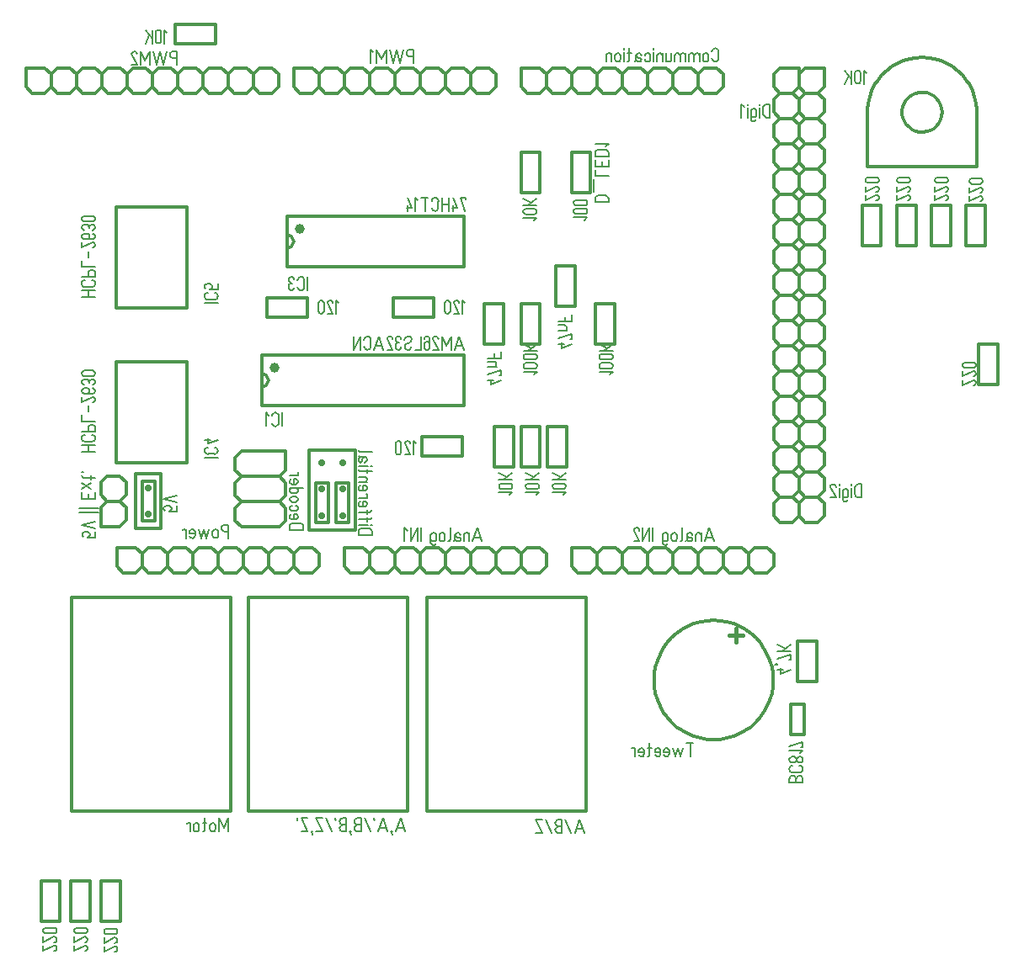
<source format=gbo>
%FSLAX35Y35*%
%MOIN*%
%IN7=Bestoeckungsdruckunten(X.GBO)*%
%ADD10C,0.00591*%
%ADD11C,0.00768*%
%ADD12C,0.01181*%
%ADD13C,0.01535*%
%ADD14C,0.01575*%
%ADD15C,0.02362*%
%ADD16C,0.02559*%
%ADD17C,0.02795*%
%ADD18C,0.03937*%
%AMR_19*21,1,0.04587,0.05433,0,0,90.000*%
%ADD19R_19*%
%AMR_20*21,1,0.05000,0.05000,0,0,0.000*%
%ADD20R_20*%
%AMR_21*21,1,0.05000,0.05000,0,0,90.000*%
%ADD21R_21*%
%AMR_22*21,1,0.05000,0.05000,0,0,180.000*%
%ADD22R_22*%
%AMR_23*21,1,0.05000,0.05000,0,0,270.000*%
%ADD23R_23*%
%AMR_24*21,1,0.05000,0.09843,0,0,0.000*%
%ADD24R_24*%
%AMR_25*21,1,0.05000,0.10000,0,0,90.000*%
%ADD25R_25*%
%AMR_26*21,1,0.05118,0.06102,0,0,0.000*%
%ADD26R_26*%
%AMR_27*21,1,0.05118,0.06102,0,0,90.000*%
%ADD27R_27*%
%AMR_28*21,1,0.19685,0.19685,0,0,0.000*%
%ADD28R_28*%
%AMOCT_29*4,1,8,0.023622,0.011811,0.011811,0.023622,-0.011811,0.023622,-0.023622,0.011811,-0.023622,-0.011811,-0.011811,-0.023622,0.011811,-0.023622,0.023622,-0.011811,0.023622,0.011811,0.000*%
%ADD29OCT_29*%
%AMOCT_30*4,1,8,0.031496,0.015748,0.015748,0.031496,-0.015748,0.031496,-0.031496,0.015748,-0.031496,-0.015748,-0.015748,-0.031496,0.015748,-0.031496,0.031496,-0.015748,0.031496,0.015748,-0.000*%
%ADD30OCT_30*%
%AMOCT_31*4,1,8,0.031496,0.015748,0.015748,0.031496,-0.015748,0.031496,-0.031496,0.015748,-0.031496,-0.015748,-0.015748,-0.031496,0.015748,-0.031496,0.031496,-0.015748,0.031496,0.015748,90.000*%
%ADD31OCT_31*%
%AMOCT_32*4,1,8,0.031496,0.015748,0.015748,0.031496,-0.015748,0.031496,-0.031496,0.015748,-0.031496,-0.015748,-0.015748,-0.031496,0.015748,-0.031496,0.031496,-0.015748,0.031496,0.015748,180.000*%
%ADD32OCT_32*%
%AMOCT_33*4,1,8,0.031496,0.015748,0.015748,0.031496,-0.015748,0.031496,-0.031496,0.015748,-0.031496,-0.015748,-0.015748,-0.031496,0.015748,-0.031496,0.031496,-0.015748,0.031496,0.015748,270.000*%
%ADD33OCT_33*%
%AMOCT_34*4,1,8,0.035433,0.017717,0.017717,0.035433,-0.017717,0.035433,-0.035433,0.017717,-0.035433,-0.017717,-0.017717,-0.035433,0.017717,-0.035433,0.035433,-0.017717,0.035433,0.017717,180.000*%
%ADD34OCT_34*%
%AMOCT_35*4,1,8,0.035433,0.017717,0.017717,0.035433,-0.017717,0.035433,-0.035433,0.017717,-0.035433,-0.017717,-0.017717,-0.035433,0.017717,-0.035433,0.035433,-0.017717,0.035433,0.017717,270.000*%
%ADD35OCT_35*%
%AMOCT_36*4,1,8,0.039370,0.019685,0.019685,0.039370,-0.019685,0.039370,-0.039370,0.019685,-0.039370,-0.019685,-0.019685,-0.039370,0.019685,-0.039370,0.039370,-0.019685,0.039370,0.019685,0.000*%
%ADD36OCT_36*%
%AMOCT_37*4,1,8,0.039370,0.019685,0.019685,0.039370,-0.019685,0.039370,-0.039370,0.019685,-0.039370,-0.019685,-0.019685,-0.039370,0.019685,-0.039370,0.039370,-0.019685,0.039370,0.019685,270.000*%
%ADD37OCT_37*%
%AMOCT_38*4,1,8,0.049213,0.024606,0.024606,0.049213,-0.024606,0.049213,-0.049213,0.024606,-0.049213,-0.024606,-0.024606,-0.049213,0.024606,-0.049213,0.049213,-0.024606,0.049213,0.024606,180.000*%
%ADD38OCT_38*%
%AMOCT_39*4,1,8,0.062992,0.031496,0.031496,0.062992,-0.031496,0.062992,-0.062992,0.031496,-0.062992,-0.031496,-0.031496,-0.062992,0.031496,-0.062992,0.062992,-0.031496,0.062992,0.031496,180.000*%
%ADD39OCT_39*%
%AMOCT_40*4,1,8,0.078740,0.039370,0.039370,0.078740,-0.039370,0.078740,-0.078740,0.039370,-0.078740,-0.039370,-0.039370,-0.078740,0.039370,-0.078740,0.078740,-0.039370,0.078740,0.039370,0.000*%
%ADD40OCT_40*%
%AMOCT_41*4,1,8,0.078740,0.039370,0.039370,0.078740,-0.039370,0.078740,-0.078740,0.039370,-0.078740,-0.039370,-0.039370,-0.078740,0.039370,-0.078740,0.078740,-0.039370,0.078740,0.039370,180.000*%
%ADD41OCT_41*%
%AMOCT_42*4,1,8,0.090551,0.045276,0.045276,0.090551,-0.045276,0.090551,-0.090551,0.045276,-0.090551,-0.045276,-0.045276,-0.090551,0.045276,-0.090551,0.090551,-0.045276,0.090551,0.045276,0.000*%
%ADD42OCT_42*%
%AMO_43*20,1,0.03937,-0.00787,0.00000,0.00787,0.00000,0*1,1,0.03937,-0.00787,0.00000*1,1,0.03937,0.00787,0.00000*%
%ADD43O_43*%
%AMO_44*20,1,0.05000,0.00000,-0.02421,0.00000,0.02421,0*1,1,0.05000,0.00000,-0.02421*1,1,0.05000,0.00000,0.02421*%
%ADD44O_44*%
%AMO_45*20,1,0.05000,0.02500,0.00000,-0.02500,0.00000,0*1,1,0.05000,0.02500,0.00000*1,1,0.05000,-0.02500,0.00000*%
%ADD45O_45*%
%AMRR_46*21,1,0.06299,0.05039,0,0,-0.000*21,1,0.05039,0.06299,0,0,-0.000*1,1,0.01260,0.02520,0.02520*1,1,0.01260,-0.02520,-0.02520*1,1,0.01260,0.02520,-0.02520*1,1,0.01260,-0.02520,0.02520*%
%ADD46RR_46*%
%AMRR_47*21,1,0.06299,0.05039,0,0,90.000*21,1,0.05039,0.06299,0,0,90.000*1,1,0.01260,-0.02520,0.02520*1,1,0.01260,0.02520,-0.02520*1,1,0.01260,0.02520,0.02520*1,1,0.01260,-0.02520,-0.02520*%
%ADD47RR_47*%
%AMRR_48*21,1,0.06299,0.05039,0,0,180.000*21,1,0.05039,0.06299,0,0,180.000*1,1,0.01260,-0.02520,-0.02520*1,1,0.01260,0.02520,0.02520*1,1,0.01260,-0.02520,0.02520*1,1,0.01260,0.02520,-0.02520*%
%ADD48RR_48*%
%AMRR_49*21,1,0.06299,0.05039,0,0,270.000*21,1,0.05039,0.06299,0,0,270.000*1,1,0.01260,0.02520,-0.02520*1,1,0.01260,-0.02520,0.02520*1,1,0.01260,-0.02520,-0.02520*1,1,0.01260,0.02520,0.02520*%
%ADD49RR_49*%
G54D11*
X63118Y373100D02*
X63118Y375757D01*
X61818Y375757D01*
X61818Y378444D02*
X61310Y378343D01*
X60879Y378055D01*
X60591Y377624D01*
X60490Y377116D01*
X60591Y376607D01*
X60879Y376176D01*
X61310Y375888D01*
X61818Y375787D01*
X61818Y378415D02*
X63118Y378415D01*
X63118Y375757D01*
X59102Y378415D02*
X57803Y373100D01*
X56444Y378415D01*
X55086Y373100D01*
X53787Y378415D01*
X52429Y373100D02*
X52429Y378415D01*
X50598Y374694D01*
X48708Y378415D01*
X48708Y373100D01*
X47350Y377352D02*
X47245Y377813D01*
X46950Y378183D01*
X46523Y378388D01*
X46050Y378388D01*
X45624Y378183D01*
X45329Y377813D01*
X45224Y377352D01*
X47350Y373100D01*
X45224Y373100D01*
X295203Y353582D02*
X295316Y353076D01*
X295613Y352651D01*
X296051Y352373D01*
X296562Y352283D01*
X297861Y352283D01*
X297861Y357598D01*
X296562Y357598D01*
X296051Y357508D01*
X295613Y357230D01*
X295316Y356805D01*
X295203Y356299D01*
X295203Y353582D01*
X293845Y352283D02*
X293845Y356003D01*
X293845Y357066D02*
X293845Y357598D01*
X290361Y351751D02*
X290475Y351272D01*
X290792Y350896D01*
X291245Y350703D01*
X291736Y350734D01*
X292161Y350983D01*
X292428Y351397D01*
X290361Y351751D02*
X290361Y354645D01*
X292487Y354645D02*
X292381Y355106D01*
X292086Y355476D01*
X291660Y355682D01*
X291187Y355682D01*
X290761Y355476D01*
X290466Y355106D01*
X290361Y354645D01*
X292487Y354645D02*
X292487Y353346D01*
X290361Y353346D02*
X290466Y352885D01*
X290761Y352515D01*
X291187Y352310D01*
X291660Y352310D01*
X292086Y352515D01*
X292381Y352885D01*
X292487Y353346D01*
X289002Y352283D02*
X289002Y356003D01*
X289002Y357066D02*
X289002Y357598D01*
X287644Y356535D02*
X286581Y357598D01*
X286581Y352283D01*
X331511Y202957D02*
X331624Y202451D01*
X331921Y202026D01*
X332359Y201748D01*
X332870Y201658D01*
X334169Y201658D01*
X334169Y206973D01*
X332870Y206973D01*
X332359Y206883D01*
X331921Y206605D01*
X331624Y206180D01*
X331511Y205674D01*
X331511Y202957D01*
X330153Y201658D02*
X330153Y205378D01*
X330153Y206441D02*
X330153Y206973D01*
X326669Y201126D02*
X326783Y200647D01*
X327100Y200271D01*
X327553Y200078D01*
X328044Y200109D01*
X328469Y200358D01*
X328736Y200772D01*
X326669Y201126D02*
X326669Y204020D01*
X328795Y204020D02*
X328690Y204481D01*
X328395Y204851D01*
X327968Y205057D01*
X327495Y205057D01*
X327069Y204851D01*
X326774Y204481D01*
X326669Y204020D01*
X328795Y204020D02*
X328795Y202721D01*
X326669Y202721D02*
X326774Y202260D01*
X327069Y201890D01*
X327495Y201685D01*
X327968Y201685D01*
X328395Y201890D01*
X328690Y202260D01*
X328795Y202721D01*
X325311Y201658D02*
X325311Y205378D01*
X325311Y206441D02*
X325311Y206973D01*
X323952Y205910D02*
X323847Y206371D01*
X323552Y206741D01*
X323126Y206946D01*
X322653Y206946D01*
X322227Y206741D01*
X321932Y206371D01*
X321826Y205910D01*
X323952Y201658D01*
X321826Y201658D01*
X83399Y185600D02*
X83399Y188257D01*
X82100Y188257D01*
X82100Y190944D02*
X81591Y190843D01*
X81160Y190555D01*
X80872Y190124D01*
X80771Y189616D01*
X80872Y189107D01*
X81160Y188676D01*
X81591Y188388D01*
X82100Y188287D01*
X82100Y190915D02*
X83399Y190915D01*
X83399Y188257D01*
X77257Y187962D02*
X77257Y186663D01*
X79383Y187962D02*
X79278Y188423D01*
X78983Y188793D01*
X78557Y188998D01*
X78084Y188998D01*
X77658Y188793D01*
X77363Y188423D01*
X77257Y187962D01*
X79383Y186663D02*
X79383Y187962D01*
X77257Y186663D02*
X77363Y186202D01*
X77658Y185832D01*
X78084Y185627D01*
X78557Y185627D01*
X78983Y185832D01*
X79278Y186202D01*
X79383Y186663D01*
X75899Y189084D02*
X74836Y185600D01*
X73773Y189084D01*
X72710Y185600D01*
X71647Y189084D01*
X70289Y187431D02*
X68163Y187431D01*
X68163Y187962D01*
X70289Y187962D02*
X70184Y188423D01*
X69889Y188793D01*
X69462Y188998D01*
X68989Y188998D01*
X68563Y188793D01*
X68268Y188423D01*
X68163Y187962D01*
X70289Y187962D02*
X70289Y186663D01*
X68222Y186309D02*
X68489Y185895D01*
X68913Y185646D01*
X69405Y185614D01*
X69858Y185807D01*
X70175Y186184D01*
X70289Y186663D01*
X66805Y185600D02*
X66805Y189084D01*
X66805Y188257D02*
X66724Y188623D01*
X66486Y188912D01*
X66142Y189061D01*
X65769Y189038D01*
X65446Y188848D01*
X183921Y184350D02*
X182090Y189665D01*
X180200Y184350D01*
X183389Y185944D02*
X180732Y185944D01*
X178842Y184350D02*
X178842Y187834D01*
X178842Y186712D02*
X178737Y187173D01*
X178442Y187543D01*
X178016Y187748D01*
X177542Y187748D01*
X177116Y187543D01*
X176821Y187173D01*
X176716Y186712D01*
X176716Y184350D01*
X175358Y186712D02*
X175253Y187173D01*
X174958Y187543D01*
X174531Y187748D01*
X174058Y187748D01*
X173632Y187543D01*
X173337Y187173D01*
X173232Y186712D01*
X173353Y186317D01*
X173656Y186036D01*
X174059Y185944D01*
X174590Y185944D01*
X174590Y184320D02*
X174989Y184427D01*
X175280Y184719D01*
X175387Y185118D01*
X175280Y185516D01*
X174989Y185808D01*
X174590Y185915D01*
X174590Y184350D02*
X174059Y184350D01*
X173232Y185118D02*
X173353Y184723D01*
X173656Y184442D01*
X174059Y184350D01*
X173232Y186712D02*
X173232Y184881D01*
X172700Y184350D01*
X171342Y189665D02*
X171342Y185118D01*
X170574Y184350D02*
X170958Y184453D01*
X171239Y184734D01*
X171342Y185118D01*
X167090Y186712D02*
X167090Y185413D01*
X169216Y186712D02*
X169111Y187173D01*
X168816Y187543D01*
X168390Y187748D01*
X167917Y187748D01*
X167490Y187543D01*
X167195Y187173D01*
X167090Y186712D01*
X169216Y185413D02*
X169216Y186712D01*
X167090Y185413D02*
X167195Y184952D01*
X167490Y184582D01*
X167917Y184377D01*
X168390Y184377D01*
X168816Y184582D01*
X169111Y184952D01*
X169216Y185413D01*
X163606Y183818D02*
X163720Y183339D01*
X164037Y182963D01*
X164490Y182770D01*
X164981Y182801D01*
X165406Y183050D01*
X165673Y183464D01*
X163606Y183818D02*
X163606Y186712D01*
X165732Y186712D02*
X165627Y187173D01*
X165332Y187543D01*
X164905Y187748D01*
X164432Y187748D01*
X164006Y187543D01*
X163711Y187173D01*
X163606Y186712D01*
X165732Y186712D02*
X165732Y185413D01*
X163606Y185413D02*
X163711Y184952D01*
X164006Y184582D01*
X164432Y184377D01*
X164905Y184377D01*
X165332Y184582D01*
X165627Y184952D01*
X165732Y185413D01*
X159708Y184350D02*
X159708Y189665D01*
X158350Y184350D02*
X158350Y189665D01*
X155692Y184350D01*
X155692Y189665D01*
X154334Y188602D02*
X153271Y189665D01*
X153271Y184350D01*
X275738Y184350D02*
X273907Y189665D01*
X272017Y184350D01*
X275206Y185944D02*
X272549Y185944D01*
X270659Y184350D02*
X270659Y187834D01*
X270659Y186712D02*
X270554Y187173D01*
X270259Y187543D01*
X269832Y187748D01*
X269359Y187748D01*
X268933Y187543D01*
X268638Y187173D01*
X268533Y186712D01*
X268533Y184350D01*
X267175Y186712D02*
X267069Y187173D01*
X266774Y187543D01*
X266348Y187748D01*
X265875Y187748D01*
X265449Y187543D01*
X265154Y187173D01*
X265049Y186712D01*
X265170Y186317D01*
X265473Y186036D01*
X265875Y185944D01*
X266407Y185944D01*
X266407Y184320D02*
X266806Y184427D01*
X267097Y184719D01*
X267204Y185118D01*
X267097Y185516D01*
X266806Y185808D01*
X266407Y185915D01*
X266407Y184350D02*
X265875Y184350D01*
X265049Y185118D02*
X265170Y184723D01*
X265473Y184442D01*
X265875Y184350D01*
X265049Y186712D02*
X265049Y184881D01*
X264517Y184350D01*
X263159Y189665D02*
X263159Y185118D01*
X262391Y184350D02*
X262775Y184453D01*
X263056Y184734D01*
X263159Y185118D01*
X258907Y186712D02*
X258907Y185413D01*
X261033Y186712D02*
X260928Y187173D01*
X260633Y187543D01*
X260207Y187748D01*
X259733Y187748D01*
X259307Y187543D01*
X259012Y187173D01*
X258907Y186712D01*
X261033Y185413D02*
X261033Y186712D01*
X258907Y185413D02*
X259012Y184952D01*
X259307Y184582D01*
X259733Y184377D01*
X260207Y184377D01*
X260633Y184582D01*
X260928Y184952D01*
X261033Y185413D01*
X255423Y183818D02*
X255537Y183339D01*
X255854Y182963D01*
X256307Y182770D01*
X256798Y182801D01*
X257223Y183050D01*
X257490Y183464D01*
X255423Y183818D02*
X255423Y186712D01*
X257549Y186712D02*
X257443Y187173D01*
X257148Y187543D01*
X256722Y187748D01*
X256249Y187748D01*
X255823Y187543D01*
X255528Y187173D01*
X255423Y186712D01*
X257549Y186712D02*
X257549Y185413D01*
X255423Y185413D02*
X255528Y184952D01*
X255823Y184582D01*
X256249Y184377D01*
X256722Y184377D01*
X257148Y184582D01*
X257443Y184952D01*
X257549Y185413D01*
X251525Y184350D02*
X251525Y189665D01*
X250167Y184350D02*
X250167Y189665D01*
X247509Y184350D01*
X247509Y189665D01*
X246151Y188602D02*
X246046Y189063D01*
X245751Y189433D01*
X245325Y189638D01*
X244852Y189638D01*
X244425Y189433D01*
X244130Y189063D01*
X244025Y188602D01*
X246151Y184350D01*
X244025Y184350D01*
X277570Y378366D02*
X277469Y378874D01*
X277181Y379305D01*
X276750Y379593D01*
X276242Y379694D01*
X275733Y379593D01*
X275302Y379305D01*
X275014Y378874D01*
X274913Y378366D01*
X277541Y378366D02*
X277541Y375649D01*
X274913Y375649D02*
X275014Y375141D01*
X275302Y374710D01*
X275733Y374422D01*
X276242Y374320D01*
X276750Y374422D01*
X277181Y374710D01*
X277469Y375141D01*
X277570Y375649D01*
X271399Y376712D02*
X271399Y375413D01*
X273525Y376712D02*
X273420Y377173D01*
X273125Y377543D01*
X272699Y377748D01*
X272226Y377748D01*
X271799Y377543D01*
X271504Y377173D01*
X271399Y376712D01*
X273525Y375413D02*
X273525Y376712D01*
X271399Y375413D02*
X271504Y374952D01*
X271799Y374582D01*
X272226Y374377D01*
X272699Y374377D01*
X273125Y374582D01*
X273420Y374952D01*
X273525Y375413D01*
X270041Y374350D02*
X270041Y377834D01*
X270041Y376712D02*
X269936Y377173D01*
X269641Y377543D01*
X269214Y377748D01*
X268741Y377748D01*
X268315Y377543D01*
X268020Y377173D01*
X267915Y376712D01*
X267915Y374350D01*
X267915Y376712D02*
X267810Y377173D01*
X267515Y377543D01*
X267088Y377748D01*
X266615Y377748D01*
X266189Y377543D01*
X265894Y377173D01*
X265789Y376712D01*
X265789Y374350D01*
X264431Y374350D02*
X264431Y377834D01*
X264431Y376712D02*
X264325Y377173D01*
X264030Y377543D01*
X263604Y377748D01*
X263131Y377748D01*
X262705Y377543D01*
X262410Y377173D01*
X262305Y376712D01*
X262305Y374350D01*
X262305Y376712D02*
X262199Y377173D01*
X261904Y377543D01*
X261478Y377748D01*
X261005Y377748D01*
X260579Y377543D01*
X260284Y377173D01*
X260179Y376712D01*
X260179Y374350D01*
X258820Y377834D02*
X258820Y375413D01*
X256694Y375413D02*
X256800Y374952D01*
X257095Y374582D01*
X257521Y374377D01*
X257994Y374377D01*
X258420Y374582D01*
X258715Y374952D01*
X258820Y375413D01*
X256694Y377834D02*
X256694Y374350D01*
X255336Y374350D02*
X255336Y377834D01*
X255336Y376712D02*
X255231Y377173D01*
X254936Y377543D01*
X254510Y377748D01*
X254037Y377748D01*
X253610Y377543D01*
X253315Y377173D01*
X253210Y376712D01*
X253210Y374350D01*
X251852Y374350D02*
X251852Y378070D01*
X251852Y379133D02*
X251852Y379665D01*
X250494Y376712D02*
X250388Y377173D01*
X250093Y377543D01*
X249667Y377748D01*
X249194Y377748D01*
X248768Y377543D01*
X248473Y377173D01*
X248368Y376712D01*
X250494Y376712D02*
X250494Y375413D01*
X248368Y375413D02*
X248473Y374952D01*
X248768Y374582D01*
X249194Y374377D01*
X249667Y374377D01*
X250093Y374582D01*
X250388Y374952D01*
X250494Y375413D01*
X247009Y376712D02*
X246904Y377173D01*
X246609Y377543D01*
X246183Y377748D01*
X245710Y377748D01*
X245284Y377543D01*
X244989Y377173D01*
X244883Y376712D01*
X245005Y376317D01*
X245307Y376036D01*
X245710Y375944D01*
X246242Y375944D01*
X246242Y374320D02*
X246640Y374427D01*
X246932Y374719D01*
X247039Y375118D01*
X246932Y375516D01*
X246640Y375808D01*
X246242Y375915D01*
X246242Y374350D02*
X245710Y374350D01*
X244883Y375118D02*
X245005Y374723D01*
X245307Y374442D01*
X245710Y374350D01*
X244883Y376712D02*
X244883Y374881D01*
X244352Y374350D01*
X242994Y377834D02*
X241399Y377834D01*
X242226Y379665D02*
X242226Y375118D01*
X241399Y374350D02*
X241802Y374442D01*
X242104Y374723D01*
X242226Y375118D01*
X240041Y374350D02*
X240041Y378070D01*
X240041Y379133D02*
X240041Y379665D01*
X236557Y376712D02*
X236557Y375413D01*
X238683Y376712D02*
X238577Y377173D01*
X238282Y377543D01*
X237856Y377748D01*
X237383Y377748D01*
X236957Y377543D01*
X236662Y377173D01*
X236557Y376712D01*
X238683Y375413D02*
X238683Y376712D01*
X236557Y375413D02*
X236662Y374952D01*
X236957Y374582D01*
X237383Y374377D01*
X237856Y374377D01*
X238282Y374582D01*
X238577Y374952D01*
X238683Y375413D01*
X235198Y374350D02*
X235198Y377834D01*
X235198Y376712D02*
X235093Y377173D01*
X234798Y377543D01*
X234372Y377748D01*
X233899Y377748D01*
X233473Y377543D01*
X233178Y377173D01*
X233072Y376712D01*
X233072Y374350D01*
X156652Y373725D02*
X156652Y376382D01*
X155353Y376382D01*
X155353Y379069D02*
X154844Y378968D01*
X154413Y378680D01*
X154125Y378249D01*
X154024Y377741D01*
X154125Y377232D01*
X154413Y376801D01*
X154844Y376513D01*
X155353Y376412D01*
X155353Y379040D02*
X156652Y379040D01*
X156652Y376382D01*
X152636Y379040D02*
X151337Y373725D01*
X149979Y379040D01*
X148621Y373725D01*
X147321Y379040D01*
X145963Y373725D02*
X145963Y379040D01*
X144132Y375319D01*
X142243Y379040D01*
X142243Y373725D01*
X140884Y377977D02*
X139821Y379040D01*
X139821Y373725D01*
X229930Y321387D02*
X229424Y321275D01*
X228999Y320977D01*
X228721Y320539D01*
X228631Y320029D01*
X228631Y318729D01*
X233946Y318729D01*
X233946Y320029D01*
X233856Y320539D01*
X233578Y320977D01*
X233153Y321275D01*
X232646Y321387D01*
X229930Y321387D01*
X228217Y327765D02*
X228217Y322745D01*
X233946Y329123D02*
X228631Y329123D01*
X228631Y331485D01*
X233946Y335501D02*
X233946Y332844D01*
X231288Y332844D01*
X231288Y334674D01*
X231288Y332844D02*
X228631Y332844D01*
X228631Y335501D01*
X229930Y339517D02*
X229424Y339405D01*
X228999Y339107D01*
X228721Y338669D01*
X228631Y338159D01*
X228631Y336859D01*
X233946Y336859D01*
X233946Y338159D01*
X233856Y338669D01*
X233578Y339107D01*
X233153Y339405D01*
X232646Y339517D01*
X229930Y339517D01*
X232883Y340875D02*
X233946Y341938D01*
X228631Y341938D01*
X224496Y311570D02*
X225559Y312633D01*
X220244Y312633D01*
X224496Y316118D02*
X221307Y316118D01*
X224496Y313992D02*
X224957Y314097D01*
X225327Y314392D01*
X225533Y314818D01*
X225533Y315291D01*
X225327Y315717D01*
X224957Y316012D01*
X224496Y316118D01*
X221307Y313992D02*
X224496Y313992D01*
X221307Y316118D02*
X220846Y316012D01*
X220476Y315717D01*
X220271Y315291D01*
X220271Y314818D01*
X220476Y314392D01*
X220846Y314097D01*
X221307Y313992D01*
X224496Y319602D02*
X221307Y319602D01*
X224496Y317476D02*
X224957Y317581D01*
X225327Y317876D01*
X225533Y318302D01*
X225533Y318775D01*
X225327Y319202D01*
X224957Y319497D01*
X224496Y319602D01*
X221307Y317476D02*
X224496Y317476D01*
X221307Y319602D02*
X220846Y319497D01*
X220476Y319202D01*
X220271Y318775D01*
X220271Y318302D01*
X220476Y317876D01*
X220846Y317581D01*
X221307Y317476D01*
X336122Y369852D02*
X335059Y370915D01*
X335059Y365600D01*
X331574Y369852D02*
X331574Y366663D01*
X333700Y369852D02*
X333595Y370313D01*
X333300Y370683D01*
X332874Y370888D01*
X332401Y370888D01*
X331975Y370683D01*
X331680Y370313D01*
X331574Y369852D01*
X333700Y366663D02*
X333700Y369852D01*
X331574Y366663D02*
X331680Y366202D01*
X331975Y365832D01*
X332401Y365627D01*
X332874Y365627D01*
X333300Y365832D01*
X333595Y366202D01*
X333700Y366663D01*
X330216Y365600D02*
X330216Y370915D01*
X330216Y367431D02*
X327559Y370915D01*
X329153Y368789D02*
X327559Y365600D01*
X204496Y311487D02*
X205559Y312550D01*
X200244Y312550D01*
X204496Y316034D02*
X201307Y316034D01*
X204496Y313908D02*
X204957Y314013D01*
X205327Y314308D01*
X205533Y314734D01*
X205533Y315208D01*
X205327Y315634D01*
X204957Y315929D01*
X204496Y316034D01*
X201307Y313908D02*
X204496Y313908D01*
X201307Y316034D02*
X200846Y315929D01*
X200476Y315634D01*
X200271Y315208D01*
X200271Y314734D01*
X200476Y314308D01*
X200846Y314013D01*
X201307Y313908D01*
X200244Y317392D02*
X205559Y317392D01*
X202075Y317392D02*
X205559Y320050D01*
X203433Y318455D02*
X200244Y320050D01*
X339927Y319344D02*
X340388Y319449D01*
X340758Y319744D01*
X340963Y320170D01*
X340963Y320643D01*
X340758Y321070D01*
X340388Y321365D01*
X339927Y321470D01*
X335675Y319344D01*
X335675Y321470D01*
X339927Y322828D02*
X340388Y322933D01*
X340758Y323228D01*
X340963Y323655D01*
X340963Y324128D01*
X340758Y324554D01*
X340388Y324849D01*
X339927Y324954D01*
X335675Y322828D01*
X335675Y324954D01*
X339927Y328438D02*
X336738Y328438D01*
X339927Y326312D02*
X340388Y326418D01*
X340758Y326713D01*
X340963Y327139D01*
X340963Y327612D01*
X340758Y328038D01*
X340388Y328333D01*
X339927Y328438D01*
X336738Y326312D02*
X339927Y326312D01*
X336738Y328438D02*
X336277Y328333D01*
X335907Y328038D01*
X335702Y327612D01*
X335702Y327139D01*
X335907Y326713D01*
X336277Y326418D01*
X336738Y326312D01*
X352427Y319344D02*
X352888Y319449D01*
X353258Y319744D01*
X353463Y320170D01*
X353463Y320643D01*
X353258Y321070D01*
X352888Y321365D01*
X352427Y321470D01*
X348175Y319344D01*
X348175Y321470D01*
X352427Y322828D02*
X352888Y322933D01*
X353258Y323228D01*
X353463Y323655D01*
X353463Y324128D01*
X353258Y324554D01*
X352888Y324849D01*
X352427Y324954D01*
X348175Y322828D01*
X348175Y324954D01*
X352427Y328438D02*
X349238Y328438D01*
X352427Y326312D02*
X352888Y326418D01*
X353258Y326713D01*
X353463Y327139D01*
X353463Y327612D01*
X353258Y328038D01*
X352888Y328333D01*
X352427Y328438D01*
X349238Y326312D02*
X352427Y326312D01*
X349238Y328438D02*
X348777Y328333D01*
X348407Y328038D01*
X348202Y327612D01*
X348202Y327139D01*
X348407Y326713D01*
X348777Y326418D01*
X349238Y326312D01*
X367427Y319344D02*
X367888Y319449D01*
X368258Y319744D01*
X368463Y320170D01*
X368463Y320643D01*
X368258Y321070D01*
X367888Y321365D01*
X367427Y321470D01*
X363175Y319344D01*
X363175Y321470D01*
X367427Y322828D02*
X367888Y322933D01*
X368258Y323228D01*
X368463Y323655D01*
X368463Y324128D01*
X368258Y324554D01*
X367888Y324849D01*
X367427Y324954D01*
X363175Y322828D01*
X363175Y324954D01*
X367427Y328438D02*
X364238Y328438D01*
X367427Y326312D02*
X367888Y326418D01*
X368258Y326713D01*
X368463Y327139D01*
X368463Y327612D01*
X368258Y328038D01*
X367888Y328333D01*
X367427Y328438D01*
X364238Y326312D02*
X367427Y326312D01*
X364238Y328438D02*
X363777Y328333D01*
X363407Y328038D01*
X363202Y327612D01*
X363202Y327139D01*
X363407Y326713D01*
X363777Y326418D01*
X364238Y326312D01*
X381083Y318985D02*
X381545Y319090D01*
X381915Y319385D01*
X382120Y319811D01*
X382120Y320284D01*
X381915Y320710D01*
X381545Y321005D01*
X381083Y321111D01*
X376831Y318985D01*
X376831Y321111D01*
X381083Y322469D02*
X381545Y322574D01*
X381915Y322869D01*
X382120Y323295D01*
X382120Y323768D01*
X381915Y324195D01*
X381545Y324490D01*
X381083Y324595D01*
X376831Y322469D01*
X376831Y324595D01*
X381083Y328079D02*
X377894Y328079D01*
X381083Y325953D02*
X381545Y326058D01*
X381915Y326353D01*
X382120Y326780D01*
X382120Y327253D01*
X381915Y327679D01*
X381545Y327974D01*
X381083Y328079D01*
X377894Y325953D02*
X381083Y325953D01*
X377894Y328079D02*
X377433Y327974D01*
X377063Y327679D01*
X376858Y327253D01*
X376858Y326780D01*
X377063Y326353D01*
X377433Y326058D01*
X377894Y325953D01*
X378340Y246137D02*
X378801Y246243D01*
X379171Y246538D01*
X379376Y246964D01*
X379376Y247437D01*
X379171Y247863D01*
X378801Y248158D01*
X378340Y248263D01*
X374088Y246137D01*
X374088Y248263D01*
X378340Y249622D02*
X378801Y249727D01*
X379171Y250022D01*
X379376Y250448D01*
X379376Y250921D01*
X379171Y251347D01*
X378801Y251642D01*
X378340Y251748D01*
X374088Y249622D01*
X374088Y251748D01*
X378340Y255232D02*
X375151Y255232D01*
X378340Y253106D02*
X378801Y253211D01*
X379171Y253506D01*
X379376Y253932D01*
X379376Y254405D01*
X379171Y254832D01*
X378801Y255127D01*
X378340Y255232D01*
X375151Y253106D02*
X378340Y253106D01*
X375151Y255232D02*
X374690Y255127D01*
X374320Y254832D01*
X374114Y254405D01*
X374114Y253932D01*
X374320Y253506D01*
X374690Y253211D01*
X375151Y253106D01*
X153444Y69350D02*
X151614Y74665D01*
X149724Y69350D01*
X152913Y70944D02*
X150255Y70944D01*
X148366Y69350D02*
X147834Y69350D01*
X148307Y68287D01*
X146476Y69350D02*
X144645Y74665D01*
X142755Y69350D01*
X145944Y70944D02*
X143287Y70944D01*
X141161Y74665D02*
X141161Y74133D01*
X141397Y73897D01*
X137440Y74665D02*
X139803Y69350D01*
X134783Y72007D02*
X136082Y72007D01*
X134783Y74694D02*
X134274Y74593D01*
X133843Y74305D01*
X133555Y73874D01*
X133454Y73366D01*
X133555Y72857D01*
X133843Y72426D01*
X134274Y72138D01*
X134783Y72037D01*
X136082Y74665D02*
X134783Y74665D01*
X136082Y69350D02*
X136082Y74665D01*
X134783Y69350D02*
X136082Y69350D01*
X134783Y71978D02*
X134274Y71877D01*
X133843Y71589D01*
X133555Y71158D01*
X133454Y70649D01*
X133555Y70141D01*
X133843Y69710D01*
X134274Y69422D01*
X134783Y69320D01*
X132066Y69350D02*
X131535Y69350D01*
X132007Y68287D01*
X128877Y72007D02*
X130177Y72007D01*
X128877Y74694D02*
X128369Y74593D01*
X127938Y74305D01*
X127650Y73874D01*
X127549Y73366D01*
X127650Y72857D01*
X127938Y72426D01*
X128369Y72138D01*
X128877Y72037D01*
X130177Y74665D02*
X128877Y74665D01*
X130177Y69350D02*
X130177Y74665D01*
X128877Y69350D02*
X130177Y69350D01*
X128877Y71978D02*
X128369Y71877D01*
X127938Y71589D01*
X127650Y71158D01*
X127549Y70649D01*
X127650Y70141D01*
X127938Y69710D01*
X128369Y69422D01*
X128877Y69320D01*
X125925Y74665D02*
X125925Y74133D01*
X126161Y73897D01*
X122204Y74665D02*
X124566Y69350D01*
X120846Y74665D02*
X118188Y74665D01*
X120846Y69350D01*
X118188Y69350D01*
X116830Y69350D02*
X116299Y69350D01*
X116771Y68287D01*
X114940Y74665D02*
X112283Y74665D01*
X114940Y69350D01*
X112283Y69350D01*
X110688Y74665D02*
X110688Y74133D01*
X110925Y73897D01*
X83444Y69350D02*
X83444Y74665D01*
X81614Y70944D01*
X79724Y74665D01*
X79724Y69350D01*
X76240Y71712D02*
X76240Y70413D01*
X78366Y71712D02*
X78260Y72173D01*
X77965Y72543D01*
X77539Y72748D01*
X77066Y72748D01*
X76640Y72543D01*
X76345Y72173D01*
X76240Y71712D01*
X78366Y70413D02*
X78366Y71712D01*
X76240Y70413D02*
X76345Y69952D01*
X76640Y69582D01*
X77066Y69377D01*
X77539Y69377D01*
X77965Y69582D01*
X78260Y69952D01*
X78366Y70413D01*
X74881Y72834D02*
X73287Y72834D01*
X74114Y74665D02*
X74114Y70118D01*
X73287Y69350D02*
X73690Y69442D01*
X73992Y69723D01*
X74114Y70118D01*
X69803Y71712D02*
X69803Y70413D01*
X71929Y71712D02*
X71823Y72173D01*
X71528Y72543D01*
X71102Y72748D01*
X70629Y72748D01*
X70203Y72543D01*
X69908Y72173D01*
X69803Y71712D01*
X71929Y70413D02*
X71929Y71712D01*
X69803Y70413D02*
X69908Y69952D01*
X70203Y69582D01*
X70629Y69377D01*
X71102Y69377D01*
X71528Y69582D01*
X71823Y69952D01*
X71929Y70413D01*
X68444Y69350D02*
X68444Y72834D01*
X68444Y72007D02*
X68363Y72373D01*
X68125Y72662D01*
X67782Y72811D01*
X67409Y72788D01*
X67086Y72598D01*
X104744Y229976D02*
X104744Y235291D01*
X103415Y233992D02*
X103314Y234500D01*
X103026Y234931D01*
X102595Y235219D01*
X102086Y235320D01*
X101578Y235219D01*
X101147Y234931D01*
X100859Y234500D01*
X100757Y233992D01*
X103385Y233992D02*
X103385Y231275D01*
X100757Y231275D02*
X100859Y230767D01*
X101147Y230336D01*
X101578Y230047D01*
X102086Y229946D01*
X102595Y230047D01*
X103026Y230336D01*
X103314Y230767D01*
X103415Y231275D01*
X99370Y234228D02*
X98307Y235291D01*
X98307Y229976D01*
X176771Y260226D02*
X174940Y265541D01*
X173051Y260226D01*
X176240Y261820D02*
X173582Y261820D01*
X171692Y260226D02*
X171692Y265541D01*
X169862Y261820D01*
X167972Y265541D01*
X167972Y260226D01*
X166614Y264478D02*
X166508Y264939D01*
X166213Y265309D01*
X165787Y265514D01*
X165314Y265514D01*
X164888Y265309D01*
X164593Y264939D01*
X164488Y264478D01*
X166614Y260226D01*
X164488Y260226D01*
X163129Y264478D02*
X163024Y264939D01*
X162729Y265309D01*
X162303Y265514D01*
X161830Y265514D01*
X161404Y265309D01*
X161109Y264939D01*
X161003Y264478D01*
X163129Y264478D02*
X163129Y261289D01*
X161003Y261289D02*
X161109Y260828D01*
X161404Y260458D01*
X161830Y260253D01*
X162303Y260253D01*
X162729Y260458D01*
X163024Y260828D01*
X163129Y261289D01*
X161003Y261289D02*
X161003Y262352D01*
X163129Y262352D02*
X163024Y262813D01*
X162729Y263183D01*
X162303Y263388D01*
X161830Y263388D01*
X161404Y263183D01*
X161109Y262813D01*
X161003Y262352D01*
X159645Y265541D02*
X159645Y260226D01*
X157283Y260226D01*
X154625Y262883D02*
X155190Y263006D01*
X155652Y263352D01*
X155929Y263859D01*
X155970Y264435D01*
X155768Y264976D01*
X155360Y265384D01*
X154819Y265586D01*
X154243Y265545D01*
X153736Y265268D01*
X153390Y264806D01*
X153267Y264242D01*
X154625Y262883D02*
X154071Y262775D01*
X153612Y262447D01*
X153330Y261957D01*
X153277Y261395D01*
X153463Y260862D01*
X153853Y260453D01*
X154378Y260244D01*
X154942Y260272D01*
X155444Y260532D01*
X155792Y260976D01*
X155925Y261525D01*
X149783Y261289D02*
X149888Y260828D01*
X150183Y260458D01*
X150609Y260253D01*
X151082Y260253D01*
X151509Y260458D01*
X151804Y260828D01*
X151909Y261289D01*
X149783Y262057D02*
X149783Y261289D01*
X150846Y263120D02*
X150439Y263039D01*
X150094Y262808D01*
X149864Y262463D01*
X149783Y262057D01*
X151141Y263120D02*
X150846Y263120D01*
X151141Y263120D01*
X149783Y264242D02*
X149855Y263821D01*
X150082Y263460D01*
X150430Y263214D01*
X150846Y263120D01*
X149783Y264478D02*
X149783Y264242D01*
X151909Y264478D02*
X151804Y264939D01*
X151509Y265309D01*
X151082Y265514D01*
X150609Y265514D01*
X150183Y265309D01*
X149888Y264939D01*
X149783Y264478D01*
X148425Y264478D02*
X148319Y264939D01*
X148024Y265309D01*
X147598Y265514D01*
X147125Y265514D01*
X146699Y265309D01*
X146404Y264939D01*
X146299Y264478D01*
X148425Y260226D01*
X146299Y260226D01*
X144940Y260226D02*
X143110Y265541D01*
X141220Y260226D01*
X144409Y261820D02*
X141751Y261820D01*
X139891Y264242D02*
X139790Y264750D01*
X139502Y265181D01*
X139071Y265469D01*
X138562Y265570D01*
X138054Y265469D01*
X137623Y265181D01*
X137335Y264750D01*
X137234Y264242D01*
X139862Y264242D02*
X139862Y261525D01*
X137234Y261525D02*
X137335Y261017D01*
X137623Y260586D01*
X138054Y260297D01*
X138562Y260196D01*
X139071Y260297D01*
X139502Y260586D01*
X139790Y261017D01*
X139891Y261525D01*
X135846Y260226D02*
X135846Y265541D01*
X133188Y260226D01*
X133188Y265541D01*
X177210Y278677D02*
X176147Y279740D01*
X176147Y274425D01*
X174789Y278677D02*
X174684Y279138D01*
X174389Y279508D01*
X173962Y279713D01*
X173489Y279713D01*
X173063Y279508D01*
X172768Y279138D01*
X172663Y278677D01*
X174789Y274425D01*
X172663Y274425D01*
X169179Y278677D02*
X169179Y275488D01*
X171305Y278677D02*
X171199Y279138D01*
X170904Y279508D01*
X170478Y279713D01*
X170005Y279713D01*
X169579Y279508D01*
X169284Y279138D01*
X169179Y278677D01*
X171305Y275488D02*
X171305Y278677D01*
X169179Y275488D02*
X169284Y275027D01*
X169579Y274657D01*
X170005Y274452D01*
X170478Y274452D01*
X170904Y274657D01*
X171199Y275027D01*
X171305Y275488D01*
X157840Y222958D02*
X156777Y224021D01*
X156777Y218706D01*
X155419Y222958D02*
X155314Y223420D01*
X155019Y223790D01*
X154592Y223995D01*
X154119Y223995D01*
X153693Y223790D01*
X153398Y223420D01*
X153293Y222958D01*
X155419Y218706D01*
X153293Y218706D01*
X149809Y222958D02*
X149809Y219769D01*
X151935Y222958D02*
X151829Y223420D01*
X151534Y223790D01*
X151108Y223995D01*
X150635Y223995D01*
X150209Y223790D01*
X149914Y223420D01*
X149809Y222958D01*
X151935Y219769D02*
X151935Y222958D01*
X149809Y219769D02*
X149914Y219308D01*
X150209Y218938D01*
X150635Y218733D01*
X151108Y218733D01*
X151534Y218938D01*
X151829Y219308D01*
X151935Y219769D01*
X127210Y278677D02*
X126147Y279740D01*
X126147Y274425D01*
X124789Y278677D02*
X124684Y279138D01*
X124389Y279508D01*
X123962Y279713D01*
X123489Y279713D01*
X123063Y279508D01*
X122768Y279138D01*
X122663Y278677D01*
X124789Y274425D01*
X122663Y274425D01*
X119179Y278677D02*
X119179Y275488D01*
X121305Y278677D02*
X121199Y279138D01*
X120904Y279508D01*
X120478Y279713D01*
X120005Y279713D01*
X119579Y279508D01*
X119284Y279138D01*
X119179Y278677D01*
X121305Y275488D02*
X121305Y278677D01*
X119179Y275488D02*
X119284Y275027D01*
X119579Y274657D01*
X120005Y274452D01*
X120478Y274452D01*
X120904Y274657D01*
X121199Y275027D01*
X121305Y275488D01*
X59221Y385864D02*
X58158Y386927D01*
X58158Y381613D01*
X54673Y385864D02*
X54673Y382675D01*
X56799Y385864D02*
X56694Y386326D01*
X56399Y386696D01*
X55973Y386901D01*
X55500Y386901D01*
X55074Y386696D01*
X54779Y386326D01*
X54673Y385864D01*
X56799Y382675D02*
X56799Y385864D01*
X54673Y382675D02*
X54779Y382214D01*
X55074Y381844D01*
X55500Y381639D01*
X55973Y381639D01*
X56399Y381844D01*
X56694Y382214D01*
X56799Y382675D01*
X53315Y381613D02*
X53315Y386927D01*
X53315Y383443D02*
X50658Y386927D01*
X52252Y384801D02*
X50658Y381613D01*
X26663Y188038D02*
X26224Y187944D01*
X25863Y187676D01*
X25645Y187283D01*
X25608Y186835D01*
X25760Y186412D01*
X26072Y186090D01*
X26663Y188038D02*
X27726Y188038D01*
X27726Y185912D02*
X28187Y186018D01*
X28557Y186313D01*
X28762Y186739D01*
X28762Y187212D01*
X28557Y187638D01*
X28187Y187933D01*
X27726Y188038D01*
X27726Y185912D02*
X30915Y185912D01*
X30915Y188038D01*
X30915Y189397D02*
X25600Y190696D01*
X30915Y192054D01*
X31978Y195952D02*
X24537Y195952D01*
X31978Y197310D02*
X24537Y197310D01*
X30915Y203865D02*
X30915Y201208D01*
X28257Y201208D01*
X28257Y203038D01*
X28257Y201208D02*
X25600Y201208D01*
X25600Y203865D01*
X25600Y205223D02*
X29084Y207349D01*
X29084Y205223D02*
X25600Y207349D01*
X29084Y208708D02*
X29084Y210302D01*
X30915Y209475D02*
X26368Y209475D01*
X25600Y210302D02*
X25692Y209899D01*
X25973Y209597D01*
X26368Y209475D01*
X26131Y211660D02*
X25600Y211660D01*
X114911Y283726D02*
X114911Y289041D01*
X113582Y287742D02*
X113481Y288250D01*
X113193Y288681D01*
X112762Y288969D01*
X112253Y289070D01*
X111745Y288969D01*
X111314Y288681D01*
X111026Y288250D01*
X110925Y287742D01*
X113553Y287742D02*
X113553Y285025D01*
X110925Y285025D02*
X111026Y284517D01*
X111314Y284086D01*
X111745Y283797D01*
X112253Y283696D01*
X112762Y283797D01*
X113193Y284086D01*
X113481Y284517D01*
X113582Y285025D01*
X107411Y284789D02*
X107516Y284328D01*
X107811Y283958D01*
X108237Y283753D01*
X108710Y283753D01*
X109137Y283958D01*
X109432Y284328D01*
X109537Y284789D01*
X107411Y285557D02*
X107411Y284789D01*
X108474Y286620D02*
X108067Y286539D01*
X107722Y286308D01*
X107492Y285963D01*
X107411Y285557D01*
X108769Y286620D02*
X108474Y286620D01*
X108769Y286620D01*
X107411Y287742D02*
X107483Y287321D01*
X107710Y286960D01*
X108058Y286714D01*
X108474Y286620D01*
X107411Y287978D02*
X107411Y287742D01*
X109537Y287978D02*
X109432Y288439D01*
X109137Y288809D01*
X108710Y289014D01*
X108237Y289014D01*
X107811Y288809D01*
X107516Y288439D01*
X107411Y287978D01*
X177578Y319773D02*
X177578Y320541D01*
X175452Y320541D01*
X177047Y315226D01*
X172500Y320541D02*
X174094Y316525D01*
X171968Y316525D01*
X172500Y317588D02*
X172500Y315226D01*
X170610Y315226D02*
X170610Y317883D01*
X167952Y317883D01*
X170610Y317883D02*
X170610Y320541D01*
X167952Y320541D02*
X167952Y315226D01*
X166624Y319242D02*
X166522Y319750D01*
X166234Y320181D01*
X165803Y320469D01*
X165295Y320570D01*
X164786Y320469D01*
X164355Y320181D01*
X164067Y319750D01*
X163966Y319242D01*
X166594Y319242D02*
X166594Y316525D01*
X163966Y316525D02*
X164067Y316017D01*
X164355Y315586D01*
X164786Y315297D01*
X165295Y315196D01*
X165803Y315297D01*
X166234Y315586D01*
X166522Y316017D01*
X166624Y316525D01*
X162578Y320541D02*
X159921Y320541D01*
X161279Y320541D02*
X161279Y315226D01*
X158562Y319478D02*
X157500Y320541D01*
X157500Y315226D01*
X154547Y320541D02*
X156141Y316525D01*
X154015Y316525D01*
X154547Y317588D02*
X154547Y315226D01*
X74001Y217600D02*
X79316Y217600D01*
X78017Y218929D02*
X78526Y219030D01*
X78957Y219318D01*
X79245Y219749D01*
X79346Y220257D01*
X79245Y220766D01*
X78957Y221197D01*
X78526Y221485D01*
X78017Y221586D01*
X78017Y218958D02*
X75301Y218958D01*
X75301Y221586D02*
X74792Y221485D01*
X74361Y221197D01*
X74073Y220766D01*
X73972Y220257D01*
X74073Y219749D01*
X74361Y219318D01*
X74792Y219030D01*
X75301Y218929D01*
X79316Y224568D02*
X75301Y222974D01*
X75301Y225100D01*
X76364Y224568D02*
X74001Y224568D01*
X25399Y219899D02*
X28057Y219899D01*
X28057Y222557D01*
X28057Y219899D02*
X30714Y219899D01*
X30714Y222557D02*
X25399Y222557D01*
X29415Y223885D02*
X29923Y223986D01*
X30354Y224275D01*
X30642Y224706D01*
X30744Y225214D01*
X30642Y225723D01*
X30354Y226154D01*
X29923Y226442D01*
X29415Y226543D01*
X29415Y223915D02*
X26698Y223915D01*
X26698Y226543D02*
X26190Y226442D01*
X25759Y226154D01*
X25471Y225723D01*
X25370Y225214D01*
X25471Y224706D01*
X25759Y224275D01*
X26190Y223986D01*
X26698Y223885D01*
X25399Y227931D02*
X28057Y227931D01*
X28057Y229230D01*
X30744Y229230D02*
X30642Y229738D01*
X30354Y230169D01*
X29923Y230457D01*
X29415Y230559D01*
X28906Y230457D01*
X28475Y230169D01*
X28187Y229738D01*
X28086Y229230D01*
X30714Y229230D02*
X30714Y227931D01*
X28057Y227931D01*
X30714Y231946D02*
X25399Y231946D01*
X25399Y234309D01*
X28057Y235667D02*
X28057Y238029D01*
X29651Y239387D02*
X30112Y239493D01*
X30482Y239788D01*
X30687Y240214D01*
X30687Y240687D01*
X30482Y241113D01*
X30112Y241408D01*
X29651Y241513D01*
X25399Y239387D01*
X25399Y241513D01*
X29651Y242872D02*
X30112Y242977D01*
X30482Y243272D01*
X30687Y243698D01*
X30687Y244171D01*
X30482Y244597D01*
X30112Y244892D01*
X29651Y244998D01*
X29651Y242872D02*
X26462Y242872D01*
X26462Y244998D02*
X26001Y244892D01*
X25631Y244597D01*
X25426Y244171D01*
X25426Y243698D01*
X25631Y243272D01*
X26001Y242977D01*
X26462Y242872D01*
X26462Y244998D02*
X27525Y244998D01*
X27525Y242872D02*
X27986Y242977D01*
X28356Y243272D01*
X28561Y243698D01*
X28561Y244171D01*
X28356Y244597D01*
X27986Y244892D01*
X27525Y244998D01*
X26462Y248482D02*
X26001Y248377D01*
X25631Y248082D01*
X25426Y247655D01*
X25426Y247182D01*
X25631Y246756D01*
X26001Y246461D01*
X26462Y246356D01*
X27230Y248482D02*
X26462Y248482D01*
X28293Y247419D02*
X28212Y247826D01*
X27981Y248170D01*
X27637Y248401D01*
X27230Y248482D01*
X28293Y247124D02*
X28293Y247419D01*
X28293Y247124D01*
X29415Y248482D02*
X28994Y248410D01*
X28634Y248183D01*
X28387Y247835D01*
X28293Y247419D01*
X29651Y248482D02*
X29415Y248482D01*
X29651Y246356D02*
X30112Y246461D01*
X30482Y246756D01*
X30687Y247182D01*
X30687Y247655D01*
X30482Y248082D01*
X30112Y248377D01*
X29651Y248482D01*
X29651Y251966D02*
X26462Y251966D01*
X29651Y249840D02*
X30112Y249945D01*
X30482Y250240D01*
X30687Y250667D01*
X30687Y251140D01*
X30482Y251566D01*
X30112Y251861D01*
X29651Y251966D01*
X26462Y249840D02*
X29651Y249840D01*
X26462Y251966D02*
X26001Y251861D01*
X25631Y251566D01*
X25426Y251140D01*
X25426Y250667D01*
X25631Y250240D01*
X26001Y249945D01*
X26462Y249840D01*
X74001Y278850D02*
X79316Y278850D01*
X78017Y280179D02*
X78526Y280280D01*
X78957Y280568D01*
X79245Y280999D01*
X79346Y281507D01*
X79245Y282016D01*
X78957Y282447D01*
X78526Y282735D01*
X78017Y282836D01*
X78017Y280208D02*
X75301Y280208D01*
X75301Y282836D02*
X74792Y282735D01*
X74361Y282447D01*
X74073Y282016D01*
X73972Y281507D01*
X74073Y280999D01*
X74361Y280568D01*
X74792Y280280D01*
X75301Y280179D01*
X75064Y286350D02*
X74625Y286255D01*
X74264Y285987D01*
X74046Y285595D01*
X74010Y285147D01*
X74161Y284724D01*
X74474Y284401D01*
X75064Y286350D02*
X76127Y286350D01*
X76127Y284224D02*
X76589Y284329D01*
X76959Y284624D01*
X77164Y285050D01*
X77164Y285523D01*
X76959Y285950D01*
X76589Y286245D01*
X76127Y286350D01*
X76127Y284224D02*
X79316Y284224D01*
X79316Y286350D01*
X25399Y281149D02*
X28057Y281149D01*
X28057Y283807D01*
X28057Y281149D02*
X30714Y281149D01*
X30714Y283807D02*
X25399Y283807D01*
X29415Y285135D02*
X29923Y285236D01*
X30354Y285525D01*
X30642Y285956D01*
X30744Y286464D01*
X30642Y286973D01*
X30354Y287404D01*
X29923Y287692D01*
X29415Y287793D01*
X29415Y285165D02*
X26698Y285165D01*
X26698Y287793D02*
X26190Y287692D01*
X25759Y287404D01*
X25471Y286973D01*
X25370Y286464D01*
X25471Y285956D01*
X25759Y285525D01*
X26190Y285236D01*
X26698Y285135D01*
X25399Y289181D02*
X28057Y289181D01*
X28057Y290480D01*
X30744Y290480D02*
X30642Y290988D01*
X30354Y291419D01*
X29923Y291707D01*
X29415Y291809D01*
X28906Y291707D01*
X28475Y291419D01*
X28187Y290988D01*
X28086Y290480D01*
X30714Y290480D02*
X30714Y289181D01*
X28057Y289181D01*
X30714Y293196D02*
X25399Y293196D01*
X25399Y295559D01*
X28057Y296917D02*
X28057Y299279D01*
X29651Y300637D02*
X30112Y300743D01*
X30482Y301038D01*
X30687Y301464D01*
X30687Y301937D01*
X30482Y302363D01*
X30112Y302658D01*
X29651Y302763D01*
X25399Y300637D01*
X25399Y302763D01*
X29651Y304122D02*
X30112Y304227D01*
X30482Y304522D01*
X30687Y304948D01*
X30687Y305421D01*
X30482Y305847D01*
X30112Y306142D01*
X29651Y306248D01*
X29651Y304122D02*
X26462Y304122D01*
X26462Y306248D02*
X26001Y306142D01*
X25631Y305847D01*
X25426Y305421D01*
X25426Y304948D01*
X25631Y304522D01*
X26001Y304227D01*
X26462Y304122D01*
X26462Y306248D02*
X27525Y306248D01*
X27525Y304122D02*
X27986Y304227D01*
X28356Y304522D01*
X28561Y304948D01*
X28561Y305421D01*
X28356Y305847D01*
X27986Y306142D01*
X27525Y306248D01*
X26462Y309732D02*
X26001Y309627D01*
X25631Y309332D01*
X25426Y308905D01*
X25426Y308432D01*
X25631Y308006D01*
X26001Y307711D01*
X26462Y307606D01*
X27230Y309732D02*
X26462Y309732D01*
X28293Y308669D02*
X28212Y309076D01*
X27981Y309420D01*
X27637Y309651D01*
X27230Y309732D01*
X28293Y308374D02*
X28293Y308669D01*
X28293Y308374D01*
X29415Y309732D02*
X28994Y309660D01*
X28634Y309433D01*
X28387Y309085D01*
X28293Y308669D01*
X29651Y309732D02*
X29415Y309732D01*
X29651Y307606D02*
X30112Y307711D01*
X30482Y308006D01*
X30687Y308432D01*
X30687Y308905D01*
X30482Y309332D01*
X30112Y309627D01*
X29651Y309732D01*
X29651Y313216D02*
X26462Y313216D01*
X29651Y311090D02*
X30112Y311195D01*
X30482Y311490D01*
X30687Y311917D01*
X30687Y312390D01*
X30482Y312816D01*
X30112Y313111D01*
X29651Y313216D01*
X26462Y311090D02*
X29651Y311090D01*
X26462Y313216D02*
X26001Y313111D01*
X25631Y312816D01*
X25426Y312390D01*
X25426Y311917D01*
X25631Y311490D01*
X26001Y311195D01*
X26462Y311090D01*
X38559Y21716D02*
X39020Y21821D01*
X39390Y22116D01*
X39595Y22542D01*
X39595Y23015D01*
X39390Y23441D01*
X39020Y23736D01*
X38559Y23842D01*
X34307Y21716D01*
X34307Y23842D01*
X38559Y25200D02*
X39020Y25305D01*
X39390Y25600D01*
X39595Y26026D01*
X39595Y26499D01*
X39390Y26926D01*
X39020Y27221D01*
X38559Y27326D01*
X34307Y25200D01*
X34307Y27326D01*
X38559Y30810D02*
X35370Y30810D01*
X38559Y28684D02*
X39020Y28789D01*
X39390Y29084D01*
X39595Y29511D01*
X39595Y29984D01*
X39390Y30410D01*
X39020Y30705D01*
X38559Y30810D01*
X35370Y28684D02*
X38559Y28684D01*
X35370Y30810D02*
X34909Y30705D01*
X34539Y30410D01*
X34333Y29984D01*
X34333Y29511D01*
X34539Y29084D01*
X34909Y28789D01*
X35370Y28684D01*
X26684Y22028D02*
X27145Y22133D01*
X27515Y22428D01*
X27720Y22855D01*
X27720Y23328D01*
X27515Y23754D01*
X27145Y24049D01*
X26684Y24154D01*
X22432Y22028D01*
X22432Y24154D01*
X26684Y25512D02*
X27145Y25618D01*
X27515Y25913D01*
X27720Y26339D01*
X27720Y26812D01*
X27515Y27238D01*
X27145Y27533D01*
X26684Y27638D01*
X22432Y25512D01*
X22432Y27638D01*
X26684Y31123D02*
X23495Y31123D01*
X26684Y28997D02*
X27145Y29102D01*
X27515Y29397D01*
X27720Y29823D01*
X27720Y30296D01*
X27515Y30722D01*
X27145Y31017D01*
X26684Y31123D01*
X23495Y28997D02*
X26684Y28997D01*
X23495Y31123D02*
X23034Y31017D01*
X22664Y30722D01*
X22458Y30296D01*
X22458Y29823D01*
X22664Y29397D01*
X23034Y29102D01*
X23495Y28997D01*
X14496Y22028D02*
X14957Y22133D01*
X15327Y22428D01*
X15533Y22855D01*
X15533Y23328D01*
X15327Y23754D01*
X14957Y24049D01*
X14496Y24154D01*
X10244Y22028D01*
X10244Y24154D01*
X14496Y25512D02*
X14957Y25618D01*
X15327Y25913D01*
X15533Y26339D01*
X15533Y26812D01*
X15327Y27238D01*
X14957Y27533D01*
X14496Y27638D01*
X10244Y25512D01*
X10244Y27638D01*
X14496Y31123D02*
X11307Y31123D01*
X14496Y28997D02*
X14957Y29102D01*
X15327Y29397D01*
X15533Y29823D01*
X15533Y30296D01*
X15327Y30722D01*
X14957Y31017D01*
X14496Y31123D01*
X11307Y28997D02*
X14496Y28997D01*
X11307Y31123D02*
X10846Y31017D01*
X10476Y30722D01*
X10271Y30296D01*
X10271Y29823D01*
X10476Y29397D01*
X10846Y29102D01*
X11307Y28997D01*
X267588Y104384D02*
X264931Y104384D01*
X266289Y104384D02*
X266289Y99069D01*
X263572Y102554D02*
X262509Y99069D01*
X261446Y102554D01*
X260383Y99069D01*
X259320Y102554D01*
X257962Y100900D02*
X255836Y100900D01*
X255836Y101432D01*
X257962Y101432D02*
X257857Y101893D01*
X257562Y102263D01*
X257136Y102468D01*
X256663Y102468D01*
X256236Y102263D01*
X255941Y101893D01*
X255836Y101432D01*
X257962Y101432D02*
X257962Y100132D01*
X255895Y99778D02*
X256162Y99364D01*
X256587Y99115D01*
X257078Y99084D01*
X257531Y99277D01*
X257848Y99653D01*
X257962Y100132D01*
X254478Y100900D02*
X252352Y100900D01*
X252352Y101432D01*
X254478Y101432D02*
X254373Y101893D01*
X254078Y102263D01*
X253651Y102468D01*
X253178Y102468D01*
X252752Y102263D01*
X252457Y101893D01*
X252352Y101432D01*
X254478Y101432D02*
X254478Y100132D01*
X252411Y99778D02*
X252678Y99364D01*
X253102Y99115D01*
X253594Y99084D01*
X254047Y99277D01*
X254364Y99653D01*
X254478Y100132D01*
X250994Y102554D02*
X249399Y102554D01*
X250226Y104384D02*
X250226Y99837D01*
X249399Y99069D02*
X249802Y99161D01*
X250104Y99442D01*
X250226Y99837D01*
X248041Y100900D02*
X245915Y100900D01*
X245915Y101432D01*
X248041Y101432D02*
X247936Y101893D01*
X247641Y102263D01*
X247214Y102468D01*
X246741Y102468D01*
X246315Y102263D01*
X246020Y101893D01*
X245915Y101432D01*
X248041Y101432D02*
X248041Y100132D01*
X245974Y99778D02*
X246241Y99364D01*
X246665Y99115D01*
X247157Y99084D01*
X247610Y99277D01*
X247927Y99653D01*
X248041Y100132D01*
X244557Y99069D02*
X244557Y102554D01*
X244557Y101727D02*
X244476Y102092D01*
X244238Y102381D01*
X243894Y102530D01*
X243521Y102507D01*
X243198Y102317D01*
X308233Y90108D02*
X308233Y88809D01*
X310920Y90108D02*
X310819Y90616D01*
X310531Y91047D01*
X310100Y91335D01*
X309591Y91437D01*
X309083Y91335D01*
X308651Y91047D01*
X308363Y90616D01*
X308262Y90108D01*
X310890Y88809D02*
X310890Y90108D01*
X305575Y88809D02*
X310890Y88809D01*
X305575Y90108D02*
X305575Y88809D01*
X308203Y90108D02*
X308102Y90616D01*
X307814Y91047D01*
X307383Y91335D01*
X306875Y91437D01*
X306366Y91335D01*
X305935Y91047D01*
X305647Y90616D01*
X305546Y90108D01*
X309591Y92795D02*
X310100Y92896D01*
X310531Y93184D01*
X310819Y93615D01*
X310920Y94124D01*
X310819Y94632D01*
X310531Y95063D01*
X310100Y95351D01*
X309591Y95452D01*
X309591Y92824D02*
X306875Y92824D01*
X306875Y95452D02*
X306366Y95351D01*
X305935Y95063D01*
X305647Y94632D01*
X305546Y94124D01*
X305647Y93615D01*
X305935Y93184D01*
X306366Y92896D01*
X306875Y92795D01*
X307406Y98966D02*
X306638Y98966D01*
X307406Y96840D02*
X307867Y96945D01*
X308237Y97240D01*
X308442Y97667D01*
X308442Y98140D01*
X308237Y98566D01*
X307867Y98861D01*
X307406Y98966D01*
X306638Y96840D02*
X307406Y96840D01*
X306638Y98966D02*
X306177Y98861D01*
X305807Y98566D01*
X305602Y98140D01*
X305602Y97667D01*
X305807Y97240D01*
X306177Y96945D01*
X306638Y96840D01*
X309827Y98966D02*
X309591Y98966D01*
X309827Y96840D02*
X310288Y96945D01*
X310658Y97240D01*
X310864Y97667D01*
X310864Y98140D01*
X310658Y98566D01*
X310288Y98861D01*
X309827Y98966D01*
X309591Y96840D02*
X309827Y96840D01*
X309591Y98966D02*
X309130Y98861D01*
X308760Y98566D01*
X308555Y98140D01*
X308555Y97667D01*
X308760Y97240D01*
X309130Y96945D01*
X309591Y96840D01*
X309827Y100324D02*
X310890Y101387D01*
X305575Y101387D01*
X310123Y102746D02*
X310890Y102746D01*
X310890Y104872D01*
X305575Y103277D01*
X306184Y133519D02*
X302168Y131925D01*
X302168Y134051D01*
X303231Y133519D02*
X300869Y133519D01*
X300869Y135409D02*
X300869Y135940D01*
X299806Y135468D01*
X305417Y137299D02*
X306184Y137299D01*
X306184Y139425D01*
X300869Y137830D01*
X300869Y140783D02*
X306184Y140783D01*
X302700Y140783D02*
X306184Y143440D01*
X304058Y141846D02*
X300869Y143440D01*
X191521Y248079D02*
X187506Y246485D01*
X187506Y248611D01*
X188569Y248079D02*
X186206Y248079D01*
X190754Y249969D02*
X191521Y249969D01*
X191521Y252095D01*
X186206Y250500D01*
X186206Y253453D02*
X189691Y253453D01*
X188569Y253453D02*
X189030Y253558D01*
X189400Y253853D01*
X189605Y254280D01*
X189605Y254753D01*
X189400Y255179D01*
X189030Y255474D01*
X188569Y255579D01*
X186206Y255579D01*
X191521Y259595D02*
X191521Y256937D01*
X188864Y256937D01*
X188864Y258768D01*
X188864Y256937D02*
X186206Y256937D01*
X219403Y262466D02*
X215387Y260872D01*
X215387Y262998D01*
X216450Y262466D02*
X214088Y262466D01*
X218635Y264356D02*
X219403Y264356D01*
X219403Y266482D01*
X214088Y264887D01*
X214088Y267840D02*
X217572Y267840D01*
X216450Y267840D02*
X216911Y267945D01*
X217281Y268240D01*
X217486Y268667D01*
X217486Y269140D01*
X217281Y269566D01*
X216911Y269861D01*
X216450Y269966D01*
X214088Y269966D01*
X219403Y273982D02*
X219403Y271324D01*
X216745Y271324D01*
X216745Y273155D01*
X216745Y271324D02*
X214088Y271324D01*
X204590Y250419D02*
X205653Y251482D01*
X200338Y251482D01*
X204590Y254966D02*
X201401Y254966D01*
X204590Y252840D02*
X205051Y252945D01*
X205421Y253240D01*
X205626Y253667D01*
X205626Y254140D01*
X205421Y254566D01*
X205051Y254861D01*
X204590Y254966D01*
X201401Y252840D02*
X204590Y252840D01*
X201401Y254966D02*
X200940Y254861D01*
X200570Y254566D01*
X200364Y254140D01*
X200364Y253667D01*
X200570Y253240D01*
X200940Y252945D01*
X201401Y252840D01*
X204590Y258450D02*
X201401Y258450D01*
X204590Y256324D02*
X205051Y256430D01*
X205421Y256725D01*
X205626Y257151D01*
X205626Y257624D01*
X205421Y258050D01*
X205051Y258345D01*
X204590Y258450D01*
X201401Y256324D02*
X204590Y256324D01*
X201401Y258450D02*
X200940Y258345D01*
X200570Y258050D01*
X200364Y257624D01*
X200364Y257151D01*
X200570Y256725D01*
X200940Y256430D01*
X201401Y256324D01*
X200338Y259809D02*
X205653Y259809D01*
X202168Y259809D02*
X205653Y262466D01*
X203527Y260872D02*
X200338Y262466D01*
X234590Y250419D02*
X235653Y251482D01*
X230338Y251482D01*
X234590Y254966D02*
X231401Y254966D01*
X234590Y252840D02*
X235051Y252945D01*
X235421Y253240D01*
X235626Y253667D01*
X235626Y254140D01*
X235421Y254566D01*
X235051Y254861D01*
X234590Y254966D01*
X231401Y252840D02*
X234590Y252840D01*
X231401Y254966D02*
X230940Y254861D01*
X230570Y254566D01*
X230364Y254140D01*
X230364Y253667D01*
X230570Y253240D01*
X230940Y252945D01*
X231401Y252840D01*
X234590Y258450D02*
X231401Y258450D01*
X234590Y256324D02*
X235051Y256430D01*
X235421Y256725D01*
X235626Y257151D01*
X235626Y257624D01*
X235421Y258050D01*
X235051Y258345D01*
X234590Y258450D01*
X231401Y256324D02*
X234590Y256324D01*
X231401Y258450D02*
X230940Y258345D01*
X230570Y258050D01*
X230364Y257624D01*
X230364Y257151D01*
X230570Y256725D01*
X230940Y256430D01*
X231401Y256324D01*
X230338Y259809D02*
X235653Y259809D01*
X232168Y259809D02*
X235653Y262466D01*
X233527Y260872D02*
X230338Y262466D01*
X109025Y191604D02*
X108519Y191491D01*
X108094Y191194D01*
X107816Y190756D01*
X107726Y190246D01*
X107726Y188946D01*
X113041Y188946D01*
X113041Y190246D01*
X112951Y190756D01*
X112673Y191194D01*
X112248Y191491D01*
X111742Y191604D01*
X109025Y191604D01*
X109557Y192962D02*
X109557Y195088D01*
X110088Y195088D01*
X110088Y192962D02*
X110549Y193067D01*
X110919Y193362D01*
X111124Y193789D01*
X111124Y194262D01*
X110919Y194688D01*
X110549Y194983D01*
X110088Y195088D01*
X110088Y192962D02*
X108789Y192962D01*
X108435Y195029D02*
X108021Y194762D01*
X107772Y194338D01*
X107740Y193846D01*
X107933Y193393D01*
X108310Y193076D01*
X108789Y192962D01*
X110088Y196446D02*
X110549Y196552D01*
X110919Y196847D01*
X111124Y197273D01*
X111124Y197746D01*
X110919Y198172D01*
X110549Y198467D01*
X110088Y198572D01*
X110088Y196446D02*
X108789Y196446D01*
X108789Y198572D02*
X108328Y198467D01*
X107958Y198172D01*
X107753Y197746D01*
X107753Y197273D01*
X107958Y196847D01*
X108328Y196552D01*
X108789Y196446D01*
X110088Y202057D02*
X108789Y202057D01*
X110088Y199931D02*
X110549Y200036D01*
X110919Y200331D01*
X111124Y200757D01*
X111124Y201230D01*
X110919Y201656D01*
X110549Y201951D01*
X110088Y202057D01*
X108789Y199931D02*
X110088Y199931D01*
X108789Y202057D02*
X108328Y201951D01*
X107958Y201656D01*
X107753Y201230D01*
X107753Y200757D01*
X107958Y200331D01*
X108328Y200036D01*
X108789Y199931D01*
X113041Y205541D02*
X107726Y205541D01*
X110088Y203415D02*
X110549Y203520D01*
X110919Y203815D01*
X111124Y204241D01*
X111124Y204714D01*
X110919Y205141D01*
X110549Y205436D01*
X110088Y205541D01*
X110088Y203415D02*
X108789Y203415D01*
X108789Y205541D02*
X108328Y205436D01*
X107958Y205141D01*
X107753Y204714D01*
X107753Y204241D01*
X107958Y203815D01*
X108328Y203520D01*
X108789Y203415D01*
X109557Y206899D02*
X109557Y209025D01*
X110088Y209025D01*
X110088Y206899D02*
X110549Y207004D01*
X110919Y207299D01*
X111124Y207726D01*
X111124Y208199D01*
X110919Y208625D01*
X110549Y208920D01*
X110088Y209025D01*
X110088Y206899D02*
X108789Y206899D01*
X108435Y208966D02*
X108021Y208699D01*
X107772Y208275D01*
X107740Y207783D01*
X107933Y207330D01*
X108310Y207013D01*
X108789Y206899D01*
X107726Y210383D02*
X111210Y210383D01*
X110383Y210383D02*
X110749Y210464D01*
X111038Y210702D01*
X111187Y211046D01*
X111164Y211419D01*
X110974Y211742D01*
X224350Y68725D02*
X222519Y74040D01*
X220629Y68725D01*
X223818Y70319D02*
X221161Y70319D01*
X216909Y74040D02*
X219271Y68725D01*
X214251Y71382D02*
X215551Y71382D01*
X214251Y74069D02*
X213743Y73968D01*
X213312Y73680D01*
X213024Y73249D01*
X212923Y72741D01*
X213024Y72232D01*
X213312Y71801D01*
X213743Y71513D01*
X214251Y71412D01*
X215551Y74040D02*
X214251Y74040D01*
X215551Y68725D02*
X215551Y74040D01*
X214251Y68725D02*
X215551Y68725D01*
X214251Y71353D02*
X213743Y71252D01*
X213312Y70964D01*
X213024Y70533D01*
X212923Y70024D01*
X213024Y69516D01*
X213312Y69085D01*
X213743Y68797D01*
X214251Y68695D01*
X209173Y74040D02*
X211535Y68725D01*
X207814Y74040D02*
X205157Y74040D01*
X207814Y68725D01*
X205157Y68725D01*
X194833Y202735D02*
X195896Y203798D01*
X190581Y203798D01*
X194833Y207282D02*
X191644Y207282D01*
X194833Y205156D02*
X195295Y205261D01*
X195665Y205556D01*
X195870Y205982D01*
X195870Y206455D01*
X195665Y206882D01*
X195295Y207177D01*
X194833Y207282D01*
X191644Y205156D02*
X194833Y205156D01*
X191644Y207282D02*
X191183Y207177D01*
X190813Y206882D01*
X190608Y206455D01*
X190608Y205982D01*
X190813Y205556D01*
X191183Y205261D01*
X191644Y205156D01*
X190581Y208640D02*
X195896Y208640D01*
X192412Y208640D02*
X195896Y211298D01*
X193770Y209703D02*
X190581Y211298D01*
X205458Y202735D02*
X206521Y203798D01*
X201206Y203798D01*
X205458Y207282D02*
X202269Y207282D01*
X205458Y205156D02*
X205920Y205261D01*
X206290Y205556D01*
X206495Y205982D01*
X206495Y206455D01*
X206290Y206882D01*
X205920Y207177D01*
X205458Y207282D01*
X202269Y205156D02*
X205458Y205156D01*
X202269Y207282D02*
X201808Y207177D01*
X201438Y206882D01*
X201233Y206455D01*
X201233Y205982D01*
X201438Y205556D01*
X201808Y205261D01*
X202269Y205156D01*
X201206Y208640D02*
X206521Y208640D01*
X203037Y208640D02*
X206521Y211298D01*
X204395Y209703D02*
X201206Y211298D01*
X216083Y202735D02*
X217146Y203798D01*
X211831Y203798D01*
X216083Y207282D02*
X212894Y207282D01*
X216083Y205156D02*
X216545Y205261D01*
X216915Y205556D01*
X217120Y205982D01*
X217120Y206455D01*
X216915Y206882D01*
X216545Y207177D01*
X216083Y207282D01*
X212894Y205156D02*
X216083Y205156D01*
X212894Y207282D02*
X212433Y207177D01*
X212063Y206882D01*
X211858Y206455D01*
X211858Y205982D01*
X212063Y205556D01*
X212433Y205261D01*
X212894Y205156D01*
X211831Y208640D02*
X217146Y208640D01*
X213662Y208640D02*
X217146Y211298D01*
X215020Y209703D02*
X211831Y211298D01*
X136274Y189507D02*
X135768Y189395D01*
X135343Y189097D01*
X135065Y188660D01*
X134975Y188149D01*
X134975Y186850D01*
X140290Y186850D01*
X140290Y188149D01*
X140200Y188660D01*
X139922Y189097D01*
X139497Y189395D01*
X138991Y189507D01*
X136274Y189507D01*
X134975Y190866D02*
X138695Y190866D01*
X139758Y190866D02*
X140290Y190866D01*
X139522Y192992D02*
X139917Y193113D01*
X140198Y193416D01*
X140290Y193818D01*
X139522Y192992D02*
X138459Y192992D01*
X134975Y192992D01*
X138459Y192224D02*
X138459Y193818D01*
X139522Y195944D02*
X139917Y196066D01*
X140198Y196368D01*
X140290Y196771D01*
X139522Y195944D02*
X138459Y195944D01*
X134975Y195944D01*
X138459Y195177D02*
X138459Y196771D01*
X136806Y198129D02*
X136806Y200255D01*
X137337Y200255D01*
X137337Y198129D02*
X137798Y198235D01*
X138168Y198530D01*
X138373Y198956D01*
X138373Y199429D01*
X138168Y199855D01*
X137798Y200150D01*
X137337Y200255D01*
X137337Y198129D02*
X136038Y198129D01*
X135684Y200196D02*
X135270Y199929D01*
X135021Y199505D01*
X134989Y199013D01*
X135182Y198561D01*
X135559Y198243D01*
X136038Y198129D01*
X134975Y201614D02*
X138459Y201614D01*
X137632Y201614D02*
X137998Y201695D01*
X138287Y201933D01*
X138436Y202276D01*
X138413Y202649D01*
X138223Y202972D01*
X136806Y204330D02*
X136806Y206456D01*
X137337Y206456D01*
X137337Y204330D02*
X137798Y204435D01*
X138168Y204730D01*
X138373Y205157D01*
X138373Y205630D01*
X138168Y206056D01*
X137798Y206351D01*
X137337Y206456D01*
X137337Y204330D02*
X136038Y204330D01*
X135684Y206397D02*
X135270Y206130D01*
X135021Y205706D01*
X134989Y205214D01*
X135182Y204761D01*
X135559Y204444D01*
X136038Y204330D01*
X134975Y207814D02*
X138459Y207814D01*
X137337Y207814D02*
X137798Y207920D01*
X138168Y208215D01*
X138373Y208641D01*
X138373Y209114D01*
X138168Y209540D01*
X137798Y209835D01*
X137337Y209940D01*
X134975Y209940D01*
X138459Y211299D02*
X138459Y212893D01*
X140290Y212066D02*
X135743Y212066D01*
X134975Y212893D02*
X135067Y212491D01*
X135348Y212188D01*
X135743Y212066D01*
X134975Y214251D02*
X138695Y214251D01*
X139758Y214251D02*
X140290Y214251D01*
X137337Y215610D02*
X137798Y215715D01*
X138168Y216010D01*
X138373Y216436D01*
X138373Y216909D01*
X138168Y217335D01*
X137798Y217630D01*
X137337Y217736D01*
X136942Y217614D01*
X136661Y217312D01*
X136569Y216909D01*
X136569Y216377D01*
X134945Y216377D02*
X135052Y215979D01*
X135344Y215687D01*
X135743Y215580D01*
X136141Y215687D01*
X136433Y215979D01*
X136540Y216377D01*
X134975Y216377D02*
X134975Y216909D01*
X135743Y217736D02*
X135348Y217614D01*
X135067Y217312D01*
X134975Y216909D01*
X137337Y217736D02*
X135506Y217736D01*
X134975Y218267D01*
X140290Y219625D02*
X135743Y219625D01*
X134975Y220393D02*
X135078Y220009D01*
X135359Y219728D01*
X135743Y219625D01*
X58882Y198351D02*
X58443Y198256D01*
X58082Y197988D01*
X57864Y197596D01*
X57827Y197148D01*
X57979Y196725D01*
X58292Y196402D01*
X58882Y198351D02*
X59945Y198351D01*
X59945Y196225D02*
X60407Y196330D01*
X60776Y196625D01*
X60982Y197051D01*
X60982Y197524D01*
X60776Y197951D01*
X60407Y198246D01*
X59945Y198351D01*
X59945Y196225D02*
X63134Y196225D01*
X63134Y198351D01*
X63134Y199709D02*
X57819Y201008D01*
X63134Y202367D01*
G54D12*
X83350Y364350D02*
X85850Y361850D01*
X90850Y361850D01*
X93350Y364350D01*
X93350Y369350D01*
X90850Y371850D01*
X85850Y371850D01*
X83350Y369350D01*
X65850Y361850D02*
X70850Y361850D01*
X73350Y364350D01*
X73350Y369350D01*
X70850Y371850D01*
X73350Y364350D02*
X75850Y361850D01*
X80850Y361850D01*
X83350Y364350D01*
X83350Y369350D01*
X80850Y371850D01*
X75850Y371850D01*
X73350Y369350D01*
X53350Y364350D02*
X55850Y361850D01*
X60850Y361850D01*
X63350Y364350D01*
X63350Y369350D01*
X60850Y371850D01*
X55850Y371850D01*
X53350Y369350D01*
X65850Y361850D02*
X63350Y364350D01*
X63350Y369350D02*
X65850Y371850D01*
X70850Y371850D02*
X65850Y371850D01*
X35850Y361850D02*
X40850Y361850D01*
X43350Y364350D01*
X43350Y369350D01*
X40850Y371850D01*
X43350Y364350D02*
X45850Y361850D01*
X50850Y361850D01*
X53350Y364350D01*
X53350Y369350D01*
X50850Y371850D01*
X45850Y371850D01*
X43350Y369350D01*
X23350Y364350D02*
X25850Y361850D01*
X30850Y361850D01*
X33350Y364350D01*
X33350Y369350D01*
X30850Y371850D01*
X25850Y371850D01*
X23350Y369350D01*
X35850Y361850D02*
X33350Y364350D01*
X33350Y369350D02*
X35850Y371850D01*
X40850Y371850D02*
X35850Y371850D01*
X5850Y361850D02*
X10850Y361850D01*
X13350Y364350D01*
X13350Y369350D01*
X10850Y371850D01*
X13350Y364350D02*
X15850Y361850D01*
X20850Y361850D01*
X23350Y364350D01*
X23350Y369350D01*
X20850Y371850D01*
X15850Y371850D01*
X13350Y369350D01*
X3350Y364350D02*
X3350Y371850D01*
X5850Y361850D02*
X3350Y364350D01*
X10850Y371850D02*
X3350Y371850D01*
X95850Y361850D02*
X100850Y361850D01*
X103350Y364350D01*
X103350Y369350D01*
X100850Y371850D01*
X95850Y361850D02*
X93350Y364350D01*
X93350Y369350D02*
X95850Y371850D01*
X100850Y371850D02*
X95850Y371850D01*
X299350Y369350D02*
X299350Y364350D01*
X301850Y361850D01*
X306850Y361850D02*
X309350Y364350D01*
X301850Y371850D02*
X309350Y371850D01*
X299350Y369350D02*
X301850Y371850D01*
X309350Y364350D02*
X309350Y371850D01*
X299350Y219350D02*
X299350Y214350D01*
X301850Y211850D01*
X306850Y211850D01*
X309350Y214350D01*
X301850Y211850D02*
X299350Y209350D01*
X299350Y204350D01*
X301850Y201850D01*
X306850Y201850D01*
X309350Y204350D01*
X309350Y209350D01*
X306850Y211850D01*
X301850Y231850D02*
X299350Y229350D01*
X299350Y224350D01*
X301850Y221850D01*
X306850Y221850D01*
X309350Y224350D01*
X309350Y229350D01*
X306850Y231850D01*
X299350Y219350D02*
X301850Y221850D01*
X306850Y221850D02*
X309350Y219350D01*
X309350Y214350D02*
X309350Y219350D01*
X299350Y249350D02*
X299350Y244350D01*
X301850Y241850D01*
X306850Y241850D01*
X309350Y244350D01*
X301850Y241850D02*
X299350Y239350D01*
X299350Y234350D01*
X301850Y231850D01*
X306850Y231850D01*
X309350Y234350D01*
X309350Y239350D01*
X306850Y241850D01*
X301850Y261850D02*
X299350Y259350D01*
X299350Y254350D01*
X301850Y251850D01*
X306850Y251850D01*
X309350Y254350D01*
X309350Y259350D01*
X306850Y261850D01*
X299350Y249350D02*
X301850Y251850D01*
X306850Y251850D02*
X309350Y249350D01*
X309350Y244350D02*
X309350Y249350D01*
X299350Y279350D02*
X299350Y274350D01*
X301850Y271850D01*
X306850Y271850D01*
X309350Y274350D01*
X301850Y271850D02*
X299350Y269350D01*
X299350Y264350D01*
X301850Y261850D01*
X306850Y261850D01*
X309350Y264350D01*
X309350Y269350D01*
X306850Y271850D01*
X301850Y291850D02*
X299350Y289350D01*
X299350Y284350D01*
X301850Y281850D01*
X306850Y281850D01*
X309350Y284350D01*
X309350Y289350D01*
X306850Y291850D01*
X299350Y279350D02*
X301850Y281850D01*
X306850Y281850D02*
X309350Y279350D01*
X309350Y274350D02*
X309350Y279350D01*
X299350Y309350D02*
X299350Y304350D01*
X301850Y301850D01*
X306850Y301850D01*
X309350Y304350D01*
X301850Y301850D02*
X299350Y299350D01*
X299350Y294350D01*
X301850Y291850D01*
X306850Y291850D01*
X309350Y294350D01*
X309350Y299350D01*
X306850Y301850D01*
X301850Y321850D02*
X299350Y319350D01*
X299350Y314350D01*
X301850Y311850D01*
X306850Y311850D01*
X309350Y314350D01*
X309350Y319350D01*
X306850Y321850D01*
X299350Y309350D02*
X301850Y311850D01*
X306850Y311850D02*
X309350Y309350D01*
X309350Y304350D02*
X309350Y309350D01*
X299350Y339350D02*
X299350Y334350D01*
X301850Y331850D01*
X306850Y331850D01*
X309350Y334350D01*
X301850Y331850D02*
X299350Y329350D01*
X299350Y324350D01*
X301850Y321850D01*
X306850Y321850D01*
X309350Y324350D01*
X309350Y329350D01*
X306850Y331850D01*
X301850Y351850D02*
X299350Y349350D01*
X299350Y344350D01*
X301850Y341850D01*
X306850Y341850D01*
X309350Y344350D01*
X309350Y349350D01*
X306850Y351850D01*
X299350Y339350D02*
X301850Y341850D01*
X306850Y341850D02*
X309350Y339350D01*
X309350Y334350D02*
X309350Y339350D01*
X301850Y361850D02*
X306850Y361850D01*
X301850Y361850D02*
X299350Y359350D01*
X299350Y354350D01*
X301850Y351850D01*
X306850Y351850D01*
X309350Y354350D01*
X309350Y359350D01*
X306850Y361850D01*
X301850Y201850D02*
X299350Y199350D01*
X299350Y194350D01*
X301850Y191850D01*
X306850Y191850D01*
X309350Y194350D01*
X309350Y199350D01*
X306850Y201850D01*
X309350Y369350D02*
X309350Y364350D01*
X311850Y361850D01*
X316850Y361850D02*
X319350Y364350D01*
X311850Y371850D02*
X319350Y371850D01*
X309350Y369350D02*
X311850Y371850D01*
X319350Y364350D02*
X319350Y371850D01*
X309350Y219350D02*
X309350Y214350D01*
X311850Y211850D01*
X316850Y211850D01*
X319350Y214350D01*
X311850Y211850D02*
X309350Y209350D01*
X309350Y204350D01*
X311850Y201850D01*
X316850Y201850D01*
X319350Y204350D01*
X319350Y209350D01*
X316850Y211850D01*
X311850Y231850D02*
X309350Y229350D01*
X309350Y224350D01*
X311850Y221850D01*
X316850Y221850D01*
X319350Y224350D01*
X319350Y229350D01*
X316850Y231850D01*
X309350Y219350D02*
X311850Y221850D01*
X316850Y221850D02*
X319350Y219350D01*
X319350Y214350D02*
X319350Y219350D01*
X309350Y249350D02*
X309350Y244350D01*
X311850Y241850D01*
X316850Y241850D01*
X319350Y244350D01*
X311850Y241850D02*
X309350Y239350D01*
X309350Y234350D01*
X311850Y231850D01*
X316850Y231850D01*
X319350Y234350D01*
X319350Y239350D01*
X316850Y241850D01*
X311850Y261850D02*
X309350Y259350D01*
X309350Y254350D01*
X311850Y251850D01*
X316850Y251850D01*
X319350Y254350D01*
X319350Y259350D01*
X316850Y261850D01*
X309350Y249350D02*
X311850Y251850D01*
X316850Y251850D02*
X319350Y249350D01*
X319350Y244350D02*
X319350Y249350D01*
X309350Y279350D02*
X309350Y274350D01*
X311850Y271850D01*
X316850Y271850D01*
X319350Y274350D01*
X311850Y271850D02*
X309350Y269350D01*
X309350Y264350D01*
X311850Y261850D01*
X316850Y261850D01*
X319350Y264350D01*
X319350Y269350D01*
X316850Y271850D01*
X311850Y291850D02*
X309350Y289350D01*
X309350Y284350D01*
X311850Y281850D01*
X316850Y281850D01*
X319350Y284350D01*
X319350Y289350D01*
X316850Y291850D01*
X309350Y279350D02*
X311850Y281850D01*
X316850Y281850D02*
X319350Y279350D01*
X319350Y274350D02*
X319350Y279350D01*
X309350Y309350D02*
X309350Y304350D01*
X311850Y301850D01*
X316850Y301850D01*
X319350Y304350D01*
X311850Y301850D02*
X309350Y299350D01*
X309350Y294350D01*
X311850Y291850D01*
X316850Y291850D01*
X319350Y294350D01*
X319350Y299350D01*
X316850Y301850D01*
X311850Y321850D02*
X309350Y319350D01*
X309350Y314350D01*
X311850Y311850D01*
X316850Y311850D01*
X319350Y314350D01*
X319350Y319350D01*
X316850Y321850D01*
X309350Y309350D02*
X311850Y311850D01*
X316850Y311850D02*
X319350Y309350D01*
X319350Y304350D02*
X319350Y309350D01*
X309350Y339350D02*
X309350Y334350D01*
X311850Y331850D01*
X316850Y331850D01*
X319350Y334350D01*
X311850Y331850D02*
X309350Y329350D01*
X309350Y324350D01*
X311850Y321850D01*
X316850Y321850D01*
X319350Y324350D01*
X319350Y329350D01*
X316850Y331850D01*
X311850Y351850D02*
X309350Y349350D01*
X309350Y344350D01*
X311850Y341850D01*
X316850Y341850D01*
X319350Y344350D01*
X319350Y349350D01*
X316850Y351850D01*
X309350Y339350D02*
X311850Y341850D01*
X316850Y341850D02*
X319350Y339350D01*
X319350Y334350D02*
X319350Y339350D01*
X311850Y361850D02*
X316850Y361850D01*
X311850Y361850D02*
X309350Y359350D01*
X309350Y354350D01*
X311850Y351850D01*
X316850Y351850D01*
X319350Y354350D01*
X319350Y359350D01*
X316850Y361850D01*
X311850Y201850D02*
X309350Y199350D01*
X309350Y194350D01*
X311850Y191850D01*
X316850Y191850D01*
X319350Y194350D01*
X319350Y199350D01*
X316850Y201850D01*
X41850Y171850D02*
X46850Y171850D01*
X49350Y174350D01*
X49350Y179350D02*
X46850Y181850D01*
X39350Y174350D02*
X39350Y181850D01*
X41850Y171850D02*
X39350Y174350D01*
X46850Y181850D02*
X39350Y181850D01*
X101850Y171850D02*
X106850Y171850D01*
X109350Y174350D01*
X109350Y179350D01*
X106850Y181850D01*
X89350Y174350D02*
X91850Y171850D01*
X96850Y171850D01*
X99350Y174350D01*
X99350Y179350D01*
X96850Y181850D01*
X91850Y181850D01*
X89350Y179350D01*
X101850Y171850D02*
X99350Y174350D01*
X99350Y179350D02*
X101850Y181850D01*
X106850Y181850D02*
X101850Y181850D01*
X71850Y171850D02*
X76850Y171850D01*
X79350Y174350D01*
X79350Y179350D01*
X76850Y181850D01*
X79350Y174350D02*
X81850Y171850D01*
X86850Y171850D01*
X89350Y174350D01*
X89350Y179350D01*
X86850Y181850D01*
X81850Y181850D01*
X79350Y179350D01*
X59350Y174350D02*
X61850Y171850D01*
X66850Y171850D01*
X69350Y174350D01*
X69350Y179350D01*
X66850Y181850D01*
X61850Y181850D01*
X59350Y179350D01*
X71850Y171850D02*
X69350Y174350D01*
X69350Y179350D02*
X71850Y181850D01*
X76850Y181850D02*
X71850Y181850D01*
X49350Y174350D02*
X49350Y179350D01*
X49350Y174350D02*
X51850Y171850D01*
X56850Y171850D01*
X59350Y174350D01*
X59350Y179350D01*
X56850Y181850D01*
X51850Y181850D01*
X49350Y179350D01*
X111850Y171850D02*
X116850Y171850D01*
X119350Y174350D01*
X119350Y179350D01*
X116850Y181850D01*
X111850Y171850D02*
X109350Y174350D01*
X109350Y179350D02*
X111850Y181850D01*
X116850Y181850D02*
X111850Y181850D01*
X131850Y171850D02*
X136850Y171850D01*
X139350Y174350D01*
X139350Y179350D02*
X136850Y181850D01*
X129350Y174350D02*
X129350Y181850D01*
X131850Y171850D02*
X129350Y174350D01*
X136850Y181850D02*
X129350Y181850D01*
X191850Y171850D02*
X196850Y171850D01*
X199350Y174350D01*
X199350Y179350D01*
X196850Y181850D01*
X179350Y174350D02*
X181850Y171850D01*
X186850Y171850D01*
X189350Y174350D01*
X189350Y179350D01*
X186850Y181850D01*
X181850Y181850D01*
X179350Y179350D01*
X191850Y171850D02*
X189350Y174350D01*
X189350Y179350D02*
X191850Y181850D01*
X196850Y181850D02*
X191850Y181850D01*
X161850Y171850D02*
X166850Y171850D01*
X169350Y174350D01*
X169350Y179350D01*
X166850Y181850D01*
X169350Y174350D02*
X171850Y171850D01*
X176850Y171850D01*
X179350Y174350D01*
X179350Y179350D01*
X176850Y181850D01*
X171850Y181850D01*
X169350Y179350D01*
X149350Y174350D02*
X151850Y171850D01*
X156850Y171850D01*
X159350Y174350D01*
X159350Y179350D01*
X156850Y181850D01*
X151850Y181850D01*
X149350Y179350D01*
X161850Y171850D02*
X159350Y174350D01*
X159350Y179350D02*
X161850Y181850D01*
X166850Y181850D02*
X161850Y181850D01*
X139350Y174350D02*
X139350Y179350D01*
X139350Y174350D02*
X141850Y171850D01*
X146850Y171850D01*
X149350Y174350D01*
X149350Y179350D01*
X146850Y181850D01*
X141850Y181850D01*
X139350Y179350D01*
X201850Y171850D02*
X206850Y171850D01*
X209350Y174350D01*
X209350Y179350D01*
X206850Y181850D01*
X201850Y171850D02*
X199350Y174350D01*
X199350Y179350D02*
X201850Y181850D01*
X206850Y181850D02*
X201850Y181850D01*
X221850Y171850D02*
X226850Y171850D01*
X229350Y174350D01*
X229350Y179350D02*
X226850Y181850D01*
X219350Y174350D02*
X219350Y181850D01*
X221850Y171850D02*
X219350Y174350D01*
X226850Y181850D02*
X219350Y181850D01*
X281850Y171850D02*
X286850Y171850D01*
X289350Y174350D01*
X289350Y179350D01*
X286850Y181850D01*
X269350Y174350D02*
X271850Y171850D01*
X276850Y171850D01*
X279350Y174350D01*
X279350Y179350D01*
X276850Y181850D01*
X271850Y181850D01*
X269350Y179350D01*
X281850Y171850D02*
X279350Y174350D01*
X279350Y179350D02*
X281850Y181850D01*
X286850Y181850D02*
X281850Y181850D01*
X251850Y171850D02*
X256850Y171850D01*
X259350Y174350D01*
X259350Y179350D01*
X256850Y181850D01*
X259350Y174350D02*
X261850Y171850D01*
X266850Y171850D01*
X269350Y174350D01*
X269350Y179350D01*
X266850Y181850D01*
X261850Y181850D01*
X259350Y179350D01*
X239350Y174350D02*
X241850Y171850D01*
X246850Y171850D01*
X249350Y174350D01*
X249350Y179350D01*
X246850Y181850D01*
X241850Y181850D01*
X239350Y179350D01*
X251850Y171850D02*
X249350Y174350D01*
X249350Y179350D02*
X251850Y181850D01*
X256850Y181850D02*
X251850Y181850D01*
X229350Y174350D02*
X229350Y179350D01*
X229350Y174350D02*
X231850Y171850D01*
X236850Y171850D01*
X239350Y174350D01*
X239350Y179350D01*
X236850Y181850D01*
X231850Y181850D01*
X229350Y179350D01*
X291850Y171850D02*
X296850Y171850D01*
X299350Y174350D01*
X299350Y179350D01*
X296850Y181850D01*
X291850Y171850D02*
X289350Y174350D01*
X289350Y179350D02*
X291850Y181850D01*
X296850Y181850D02*
X291850Y181850D01*
X201850Y361850D02*
X206850Y361850D01*
X209350Y364350D01*
X209350Y369350D02*
X206850Y371850D01*
X199350Y364350D02*
X199350Y371850D01*
X201850Y361850D02*
X199350Y364350D01*
X206850Y371850D02*
X199350Y371850D01*
X261850Y361850D02*
X266850Y361850D01*
X269350Y364350D01*
X269350Y369350D01*
X266850Y371850D01*
X249350Y364350D02*
X251850Y361850D01*
X256850Y361850D01*
X259350Y364350D01*
X259350Y369350D01*
X256850Y371850D01*
X251850Y371850D01*
X249350Y369350D01*
X261850Y361850D02*
X259350Y364350D01*
X259350Y369350D02*
X261850Y371850D01*
X266850Y371850D02*
X261850Y371850D01*
X231850Y361850D02*
X236850Y361850D01*
X239350Y364350D01*
X239350Y369350D01*
X236850Y371850D01*
X239350Y364350D02*
X241850Y361850D01*
X246850Y361850D01*
X249350Y364350D01*
X249350Y369350D01*
X246850Y371850D01*
X241850Y371850D01*
X239350Y369350D01*
X219350Y364350D02*
X221850Y361850D01*
X226850Y361850D01*
X229350Y364350D01*
X229350Y369350D01*
X226850Y371850D01*
X221850Y371850D01*
X219350Y369350D01*
X231850Y361850D02*
X229350Y364350D01*
X229350Y369350D02*
X231850Y371850D01*
X236850Y371850D02*
X231850Y371850D01*
X209350Y364350D02*
X209350Y369350D01*
X209350Y364350D02*
X211850Y361850D01*
X216850Y361850D01*
X219350Y364350D01*
X219350Y369350D01*
X216850Y371850D01*
X211850Y371850D01*
X209350Y369350D01*
X271850Y361850D02*
X276850Y361850D01*
X279350Y364350D01*
X279350Y369350D01*
X276850Y371850D01*
X271850Y361850D02*
X269350Y364350D01*
X269350Y369350D02*
X271850Y371850D01*
X276850Y371850D02*
X271850Y371850D01*
X111850Y361850D02*
X116850Y361850D01*
X119350Y364350D01*
X119350Y369350D02*
X116850Y371850D01*
X109350Y364350D02*
X109350Y371850D01*
X111850Y361850D02*
X109350Y364350D01*
X116850Y371850D02*
X109350Y371850D01*
X171850Y361850D02*
X176850Y361850D01*
X179350Y364350D01*
X179350Y369350D01*
X176850Y371850D01*
X159350Y364350D02*
X161850Y361850D01*
X166850Y361850D01*
X169350Y364350D01*
X169350Y369350D01*
X166850Y371850D01*
X161850Y371850D01*
X159350Y369350D01*
X171850Y361850D02*
X169350Y364350D01*
X169350Y369350D02*
X171850Y371850D01*
X176850Y371850D02*
X171850Y371850D01*
X141850Y361850D02*
X146850Y361850D01*
X149350Y364350D01*
X149350Y369350D01*
X146850Y371850D01*
X149350Y364350D02*
X151850Y361850D01*
X156850Y361850D01*
X159350Y364350D01*
X159350Y369350D01*
X156850Y371850D01*
X151850Y371850D01*
X149350Y369350D01*
X129350Y364350D02*
X131850Y361850D01*
X136850Y361850D01*
X139350Y364350D01*
X139350Y369350D01*
X136850Y371850D01*
X131850Y371850D01*
X129350Y369350D01*
X141850Y361850D02*
X139350Y364350D01*
X139350Y369350D02*
X141850Y371850D01*
X146850Y371850D02*
X141850Y371850D01*
X119350Y364350D02*
X119350Y369350D01*
X119350Y364350D02*
X121850Y361850D01*
X126850Y361850D01*
X129350Y364350D01*
X129350Y369350D01*
X126850Y371850D01*
X121850Y371850D01*
X119350Y369350D01*
X181850Y361850D02*
X186850Y361850D01*
X189350Y364350D01*
X189350Y369350D01*
X186850Y371850D01*
X181850Y361850D02*
X179350Y364350D01*
X179350Y369350D02*
X181850Y371850D01*
X186850Y371850D02*
X181850Y371850D01*
X219300Y338600D02*
X219300Y322600D01*
X226900Y322600D01*
X226900Y338600D01*
X219300Y338600D02*
X226900Y338600D01*
X365974Y354350D02*
X365832Y355840D01*
X365410Y357276D01*
X364724Y358607D01*
X363799Y359784D01*
X362667Y360764D01*
X361371Y361512D01*
X359956Y362002D01*
X358475Y362215D01*
X356979Y362144D01*
X355525Y361791D01*
X354163Y361169D01*
X352944Y360301D01*
X351911Y359217D01*
X351101Y357958D01*
X350545Y356568D01*
X350262Y355098D01*
X350262Y353601D01*
X350545Y352132D01*
X351101Y350742D01*
X351911Y349482D01*
X352944Y348399D01*
X354163Y347531D01*
X355525Y346909D01*
X356979Y346556D01*
X358475Y346485D01*
X359956Y346698D01*
X361371Y347187D01*
X362667Y347936D01*
X363799Y348916D01*
X364724Y350093D01*
X365410Y351423D01*
X365832Y352860D01*
X365974Y354350D01*
X379696Y352768D02*
X379732Y355309D01*
X379471Y357836D01*
X378915Y360316D01*
X378073Y362714D01*
X376956Y364996D01*
X375579Y367132D01*
X373961Y369091D01*
X372125Y370848D01*
X370095Y372377D01*
X367901Y373659D01*
X365571Y374674D01*
X363139Y375409D01*
X360637Y375854D01*
X358100Y376003D01*
X355563Y375854D01*
X353061Y375409D01*
X350629Y374674D01*
X348299Y373659D01*
X346105Y372377D01*
X344075Y370848D01*
X342239Y369091D01*
X340621Y367132D01*
X339244Y364996D01*
X338127Y362714D01*
X337285Y360316D01*
X336729Y357836D01*
X336468Y355309D01*
X336504Y352768D01*
X379753Y332696D02*
X336446Y332696D01*
X379753Y354350D02*
X379753Y332696D01*
X336446Y354350D02*
X336446Y332696D01*
X199300Y338600D02*
X199300Y322600D01*
X206900Y322600D01*
X206900Y338600D01*
X199300Y338600D02*
X206900Y338600D01*
X341900Y301350D02*
X341900Y317350D01*
X334300Y317350D01*
X334300Y301350D01*
X341900Y301350D02*
X334300Y301350D01*
X355650Y301350D02*
X355650Y317350D01*
X348050Y317350D01*
X348050Y301350D01*
X355650Y301350D02*
X348050Y301350D01*
X369400Y301350D02*
X369400Y317350D01*
X361800Y317350D01*
X361800Y301350D01*
X369400Y301350D02*
X361800Y301350D01*
X383150Y301350D02*
X383150Y317350D01*
X375550Y317350D01*
X375550Y301350D01*
X383150Y301350D02*
X375550Y301350D01*
X380550Y262350D02*
X380550Y246350D01*
X388150Y246350D01*
X388150Y262350D01*
X380550Y262350D02*
X388150Y262350D01*
X154596Y77372D02*
X91604Y77372D01*
X91604Y162017D01*
X154596Y162017D01*
X154596Y77372D01*
X84596Y77372D02*
X21604Y77372D01*
X21604Y162017D01*
X84596Y162017D01*
X84596Y77372D01*
X96850Y245600D02*
X97622Y245722D01*
X98319Y246077D01*
X98872Y246630D01*
X99228Y247327D01*
X99350Y248100D01*
X99228Y248872D01*
X98872Y249569D01*
X98319Y250122D01*
X97622Y250478D01*
X96850Y250600D01*
X96850Y258100D02*
X96850Y238100D01*
X96850Y258100D02*
X176850Y258100D01*
X176850Y238100D01*
X96850Y238100D01*
X164850Y280650D02*
X148850Y280650D01*
X148850Y273050D01*
X164850Y273050D01*
X164850Y280650D02*
X164850Y273050D01*
X176100Y225650D02*
X160100Y225650D01*
X160100Y218050D01*
X176100Y218050D01*
X176100Y225650D02*
X176100Y218050D01*
X114850Y280650D02*
X98850Y280650D01*
X98850Y273050D01*
X114850Y273050D01*
X114850Y280650D02*
X114850Y273050D01*
X78287Y389087D02*
X62287Y389087D01*
X62287Y381487D01*
X78287Y381487D01*
X78287Y389087D02*
X78287Y381487D01*
X43100Y192787D02*
X43100Y197787D01*
X40600Y200287D01*
X35600Y200287D01*
X33100Y197787D01*
X40600Y190287D02*
X33100Y190287D01*
X43100Y192787D02*
X40600Y190287D01*
X33100Y197787D02*
X33100Y190287D01*
X40600Y200287D02*
X43100Y202787D01*
X43100Y207787D01*
X40600Y210287D01*
X35600Y210287D01*
X33100Y207787D01*
X33100Y202787D01*
X35600Y200287D01*
X106850Y300600D02*
X107622Y300722D01*
X108319Y301077D01*
X108872Y301630D01*
X109228Y302327D01*
X109350Y303100D01*
X109228Y303872D01*
X108872Y304569D01*
X108319Y305122D01*
X107622Y305478D01*
X106850Y305600D01*
X106850Y313100D02*
X106850Y293100D01*
X176850Y313100D02*
X106850Y313100D01*
X176850Y313100D02*
X176850Y293100D01*
X106850Y293100D01*
X39104Y215600D02*
X39104Y255600D01*
X67096Y255600D01*
X67096Y215600D01*
X39104Y215600D01*
X39104Y276850D02*
X39104Y316850D01*
X67096Y316850D01*
X67096Y276850D01*
X39104Y276850D01*
X33050Y49850D02*
X33050Y33850D01*
X40650Y33850D01*
X40650Y49850D01*
X33050Y49850D02*
X40650Y49850D01*
X21175Y49850D02*
X21175Y33850D01*
X28775Y33850D01*
X28775Y49850D01*
X21175Y49850D02*
X28775Y49850D01*
X9300Y49850D02*
X9300Y33850D01*
X16900Y33850D01*
X16900Y49850D01*
X9300Y49850D02*
X16900Y49850D01*
X299222Y129350D02*
X299073Y131995D01*
X298630Y134606D01*
X297896Y137152D01*
X296883Y139599D01*
X295601Y141918D01*
X294068Y144078D01*
X292303Y146053D01*
X290328Y147818D01*
X288168Y149351D01*
X285849Y150633D01*
X283402Y151646D01*
X280856Y152380D01*
X278245Y152823D01*
X275600Y152972D01*
X272955Y152823D01*
X270343Y152380D01*
X267798Y151646D01*
X265351Y150633D01*
X263032Y149351D01*
X260872Y147818D01*
X258897Y146053D01*
X257131Y144078D01*
X255599Y141918D01*
X254317Y139599D01*
X253303Y137152D01*
X252570Y134606D01*
X252126Y131995D01*
X251978Y129350D01*
X252126Y126705D01*
X252570Y124093D01*
X253303Y121548D01*
X254317Y119101D01*
X255599Y116782D01*
X257131Y114622D01*
X258897Y112647D01*
X260872Y110881D01*
X263032Y109349D01*
X265351Y108067D01*
X267798Y107053D01*
X270344Y106320D01*
X272955Y105876D01*
X275600Y105728D01*
X278245Y105876D01*
X280856Y106320D01*
X283402Y107053D01*
X285849Y108067D01*
X288168Y109349D01*
X290328Y110881D01*
X292303Y112647D01*
X294068Y114622D01*
X295601Y116782D01*
X296883Y119101D01*
X297896Y121548D01*
X298630Y124094D01*
X299073Y126705D01*
X299222Y129350D01*
X311481Y119630D02*
X305969Y119630D01*
X305969Y107819D01*
X311481Y107819D01*
X311481Y119630D01*
X308675Y144850D02*
X308675Y128850D01*
X316275Y128850D01*
X316275Y144850D01*
X308675Y144850D02*
X316275Y144850D01*
X192525Y262600D02*
X192525Y278600D01*
X184925Y278600D01*
X184925Y262600D01*
X192525Y262600D02*
X184925Y262600D01*
X213050Y293600D02*
X213050Y277600D01*
X220650Y277600D01*
X220650Y293600D01*
X213050Y293600D02*
X220650Y293600D01*
X199300Y278600D02*
X199300Y262600D01*
X206900Y262600D01*
X206900Y278600D01*
X199300Y278600D02*
X206900Y278600D01*
X228675Y278600D02*
X228675Y262600D01*
X236275Y262600D01*
X236275Y278600D01*
X228675Y278600D02*
X236275Y278600D01*
X106225Y219975D02*
X88725Y219975D01*
X106225Y219975D02*
X106225Y212475D01*
X103725Y209975D01*
X106225Y207475D01*
X106225Y202475D02*
X103725Y199975D01*
X88725Y219975D02*
X86225Y217475D01*
X86225Y212475D01*
X88725Y209975D01*
X86225Y207475D01*
X86225Y202475D01*
X88725Y199975D01*
X88725Y209975D02*
X103725Y209975D01*
X88725Y199975D02*
X103725Y199975D01*
X106225Y207475D02*
X106225Y202475D01*
X103725Y199975D02*
X106225Y197475D01*
X106225Y192475D02*
X103725Y189975D01*
X88725Y199975D02*
X86225Y197475D01*
X86225Y192475D01*
X88725Y189975D01*
X103725Y189975D01*
X106225Y197475D02*
X106225Y192475D01*
X225221Y77372D02*
X162229Y77372D01*
X162229Y162017D01*
X225221Y162017D01*
X225221Y77372D01*
X196275Y213850D02*
X196275Y229850D01*
X188675Y229850D01*
X188675Y213850D01*
X196275Y213850D02*
X188675Y213850D01*
X206900Y213850D02*
X206900Y229850D01*
X199300Y229850D01*
X199300Y213850D01*
X206900Y213850D02*
X199300Y213850D01*
X217525Y213850D02*
X217525Y229850D01*
X209925Y229850D01*
X209925Y213850D01*
X217525Y213850D02*
X209925Y213850D01*
X115600Y188725D02*
X115600Y220600D01*
X133725Y188725D02*
X115600Y188725D01*
X133725Y188725D02*
X133725Y220600D01*
X115600Y220600D01*
X118100Y191850D02*
X118100Y207475D01*
X123100Y191850D02*
X118100Y191850D01*
X123100Y191850D02*
X123100Y207475D01*
X118100Y207475D01*
X126225Y191850D02*
X126225Y207475D01*
X131225Y191850D02*
X126225Y191850D01*
X131225Y191850D02*
X131225Y207475D01*
X126225Y207475D01*
X49350Y192475D02*
X49350Y208100D01*
X54350Y192475D02*
X49350Y192475D01*
X54350Y192475D02*
X54350Y208100D01*
X49350Y208100D01*
X46850Y211225D02*
X46850Y189350D01*
X56850Y189350D01*
X56850Y211225D01*
X46850Y211225D01*
G54D13*
X281850Y147165D02*
X287165Y147165D01*
X284448Y149881D02*
X284448Y144448D01*
G54D17*
X120600Y215600D03*
X128725Y215600D03*
X120600Y204975D03*
X128725Y204975D03*
X120600Y194350D03*
X128725Y194350D03*
X51850Y205600D03*
X51850Y194975D03*
G54D18*
X101850Y253100D03*
X111850Y308100D03*
M02*

</source>
